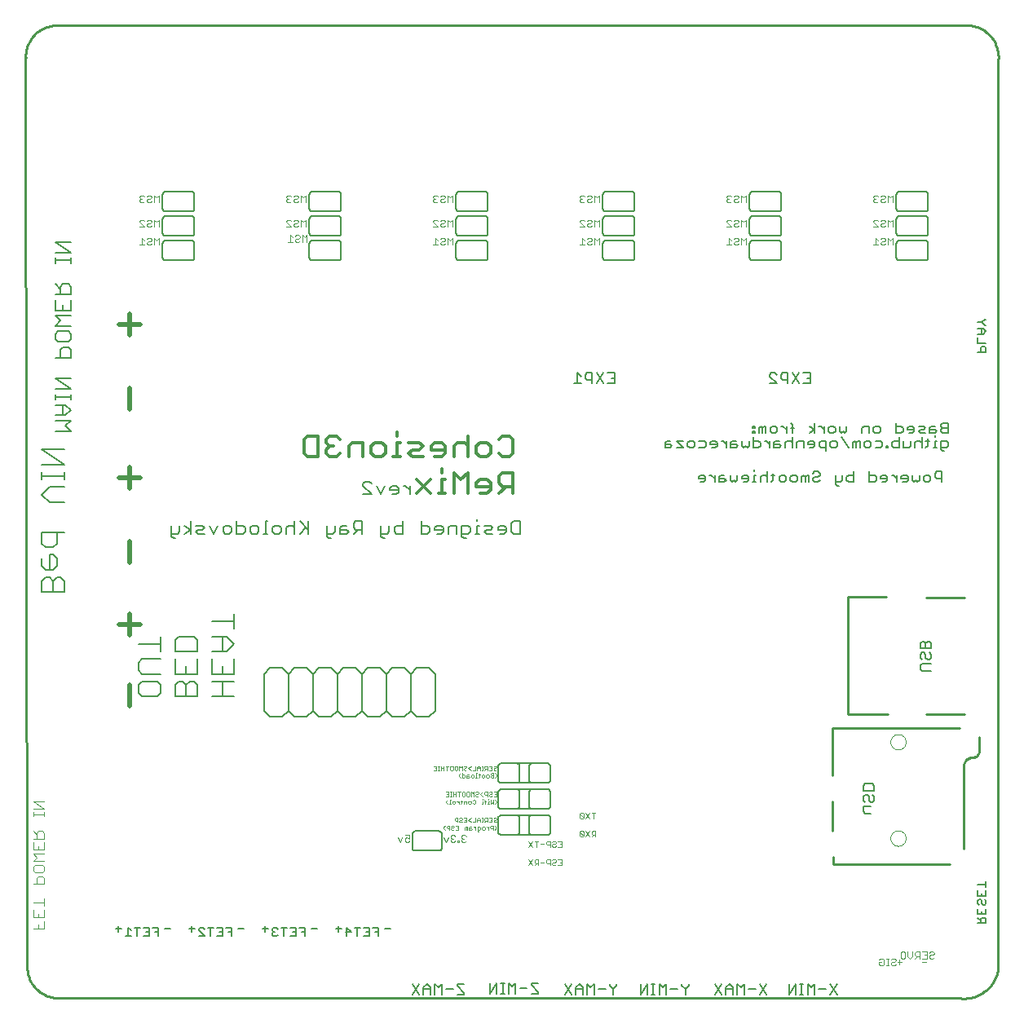
<source format=gbo>
G75*
G70*
%OFA0B0*%
%FSLAX24Y24*%
%IPPOS*%
%LPD*%
%AMOC8*
5,1,8,0,0,1.08239X$1,22.5*
%
%ADD10C,0.0100*%
%ADD11C,0.0030*%
%ADD12C,0.0080*%
%ADD13C,0.0055*%
%ADD14C,0.0070*%
%ADD15C,0.0050*%
%ADD16C,0.0140*%
%ADD17C,0.0040*%
%ADD18C,0.0200*%
%ADD19C,0.0060*%
%ADD20C,0.0000*%
D10*
X002393Y001821D02*
X002330Y038999D01*
X002331Y038998D02*
X002328Y039067D01*
X002329Y039135D01*
X002334Y039203D01*
X002343Y039271D01*
X002355Y039339D01*
X002371Y039405D01*
X002390Y039471D01*
X002413Y039535D01*
X002440Y039599D01*
X002470Y039660D01*
X002503Y039720D01*
X002539Y039778D01*
X002578Y039834D01*
X002621Y039888D01*
X002666Y039939D01*
X002714Y039988D01*
X002764Y040034D01*
X002817Y040078D01*
X002873Y040118D01*
X002930Y040156D01*
X002989Y040190D01*
X003050Y040221D01*
X003113Y040249D01*
X003177Y040273D01*
X003242Y040294D01*
X003308Y040311D01*
X003375Y040324D01*
X003443Y040334D01*
X003511Y040340D01*
X003511Y040341D02*
X040913Y040341D01*
X040983Y040333D01*
X041052Y040321D01*
X041121Y040306D01*
X041188Y040287D01*
X041255Y040264D01*
X041320Y040238D01*
X041384Y040208D01*
X041446Y040175D01*
X041506Y040138D01*
X041564Y040098D01*
X041619Y040056D01*
X041673Y040010D01*
X041724Y039961D01*
X041772Y039910D01*
X041817Y039856D01*
X041859Y039800D01*
X041898Y039741D01*
X041934Y039681D01*
X041967Y039619D01*
X041996Y039555D01*
X042022Y039489D01*
X042044Y039423D01*
X042062Y039355D01*
X042077Y039286D01*
X042088Y039217D01*
X042095Y039147D01*
X042099Y039077D01*
X042098Y039006D01*
X042094Y038936D01*
X042094Y001759D01*
X042095Y001759D02*
X042081Y001685D01*
X042063Y001613D01*
X042042Y001541D01*
X042016Y001471D01*
X041988Y001402D01*
X041955Y001334D01*
X041919Y001269D01*
X041880Y001205D01*
X041837Y001144D01*
X041792Y001085D01*
X041743Y001028D01*
X041691Y000974D01*
X041637Y000923D01*
X041580Y000874D01*
X041520Y000829D01*
X041459Y000787D01*
X041395Y000748D01*
X041329Y000712D01*
X041261Y000680D01*
X041192Y000652D01*
X041122Y000627D01*
X041050Y000606D01*
X040977Y000589D01*
X040904Y000576D01*
X040829Y000566D01*
X040755Y000561D01*
X040680Y000559D01*
X040605Y000561D01*
X040531Y000567D01*
X040457Y000577D01*
X040456Y000578D02*
X003699Y000578D01*
X003698Y000577D02*
X003629Y000578D01*
X003560Y000581D01*
X003492Y000589D01*
X003424Y000600D01*
X003356Y000615D01*
X003290Y000634D01*
X003224Y000656D01*
X003160Y000682D01*
X003098Y000711D01*
X003037Y000744D01*
X002978Y000779D01*
X002921Y000818D01*
X002866Y000860D01*
X002813Y000905D01*
X002763Y000953D01*
X002716Y001003D01*
X002671Y001056D01*
X002630Y001111D01*
X002591Y001168D01*
X002555Y001227D01*
X002523Y001288D01*
X002494Y001351D01*
X002469Y001415D01*
X002447Y001481D01*
X002429Y001547D01*
X002414Y001615D01*
X002403Y001683D01*
X002396Y001752D01*
X002392Y001821D01*
X035361Y006046D02*
X040125Y006046D01*
X040676Y006675D02*
X040676Y010061D01*
X040681Y010099D01*
X040690Y010137D01*
X040703Y010174D01*
X040719Y010209D01*
X040739Y010243D01*
X040762Y010274D01*
X040788Y010303D01*
X040817Y010329D01*
X040849Y010352D01*
X040882Y010371D01*
X040918Y010388D01*
X040954Y010400D01*
X040992Y010409D01*
X041031Y010414D01*
X041070Y010415D01*
X041070Y010416D02*
X041098Y010418D01*
X041126Y010423D01*
X041154Y010431D01*
X041180Y010443D01*
X041204Y010458D01*
X041226Y010475D01*
X041247Y010496D01*
X041264Y010518D01*
X041279Y010542D01*
X041291Y010568D01*
X041299Y010596D01*
X041304Y010624D01*
X041306Y010652D01*
X041306Y011242D01*
X040519Y011597D02*
X035322Y011597D01*
X035322Y009668D01*
X035322Y008605D02*
X035322Y007423D01*
X035361Y006360D02*
X035361Y006046D01*
X035952Y012187D02*
X037566Y012187D01*
X035952Y012187D02*
X035952Y016990D01*
X037527Y016990D01*
X039141Y016951D02*
X040716Y016951D01*
X040716Y012187D02*
X039141Y012187D01*
D11*
X039177Y002476D02*
X038983Y002476D01*
X038882Y002476D02*
X038737Y002476D01*
X038688Y002428D01*
X038688Y002331D01*
X038737Y002283D01*
X038882Y002283D01*
X038882Y002186D02*
X038882Y002476D01*
X038785Y002283D02*
X038688Y002186D01*
X038587Y002283D02*
X038587Y002476D01*
X038587Y002283D02*
X038491Y002186D01*
X038394Y002283D01*
X038394Y002476D01*
X038293Y002428D02*
X038244Y002476D01*
X038148Y002476D01*
X038099Y002428D01*
X038099Y002235D01*
X038148Y002186D01*
X038244Y002186D01*
X038293Y002235D01*
X038293Y002428D01*
X038062Y002147D02*
X038062Y001953D01*
X038159Y002050D02*
X037965Y002050D01*
X037909Y002098D02*
X037860Y002050D01*
X037764Y002050D01*
X037715Y002002D01*
X037715Y001953D01*
X037764Y001905D01*
X037860Y001905D01*
X037909Y001953D01*
X037909Y002098D02*
X037909Y002147D01*
X037860Y002195D01*
X037764Y002195D01*
X037715Y002147D01*
X037614Y002195D02*
X037517Y002195D01*
X037566Y002195D02*
X037566Y001905D01*
X037614Y001905D02*
X037517Y001905D01*
X037418Y001953D02*
X037369Y001905D01*
X037273Y001905D01*
X037224Y001953D01*
X037224Y002050D01*
X037321Y002050D01*
X037418Y002147D02*
X037418Y001953D01*
X037418Y002147D02*
X037369Y002195D01*
X037273Y002195D01*
X037224Y002147D01*
X038965Y002050D02*
X039159Y002050D01*
X039177Y002186D02*
X038983Y002186D01*
X039080Y002331D02*
X039177Y002331D01*
X039278Y002283D02*
X039278Y002235D01*
X039326Y002186D01*
X039423Y002186D01*
X039471Y002235D01*
X039423Y002331D02*
X039326Y002331D01*
X039278Y002283D01*
X039177Y002186D02*
X039177Y002476D01*
X039278Y002428D02*
X039326Y002476D01*
X039423Y002476D01*
X039471Y002428D01*
X039471Y002380D01*
X039423Y002331D01*
X025618Y007167D02*
X025618Y007397D01*
X025503Y007397D01*
X025465Y007358D01*
X025465Y007282D01*
X025503Y007243D01*
X025618Y007243D01*
X025542Y007243D02*
X025465Y007167D01*
X025379Y007167D02*
X025226Y007397D01*
X025140Y007358D02*
X025101Y007397D01*
X025024Y007397D01*
X024986Y007358D01*
X025140Y007205D01*
X025101Y007167D01*
X025024Y007167D01*
X024986Y007205D01*
X024986Y007358D01*
X025140Y007358D02*
X025140Y007205D01*
X025226Y007167D02*
X025379Y007397D01*
X025379Y007917D02*
X025226Y008147D01*
X025140Y008108D02*
X025101Y008147D01*
X025024Y008147D01*
X024986Y008108D01*
X025140Y007955D01*
X025101Y007917D01*
X025024Y007917D01*
X024986Y007955D01*
X024986Y008108D01*
X025140Y008108D02*
X025140Y007955D01*
X025226Y007917D02*
X025379Y008147D01*
X025465Y008147D02*
X025618Y008147D01*
X025542Y008147D02*
X025542Y007917D01*
X024243Y006991D02*
X024243Y006760D01*
X024090Y006760D01*
X024004Y006799D02*
X023966Y006760D01*
X023889Y006760D01*
X023851Y006799D01*
X023851Y006837D01*
X023889Y006875D01*
X023966Y006875D01*
X024004Y006914D01*
X024004Y006952D01*
X023966Y006991D01*
X023889Y006991D01*
X023851Y006952D01*
X023765Y006991D02*
X023649Y006991D01*
X023611Y006952D01*
X023611Y006875D01*
X023649Y006837D01*
X023765Y006837D01*
X023765Y006760D02*
X023765Y006991D01*
X023525Y006875D02*
X023372Y006875D01*
X023286Y006991D02*
X023132Y006991D01*
X023209Y006991D02*
X023209Y006760D01*
X023046Y006760D02*
X022893Y006991D01*
X023046Y006991D02*
X022893Y006760D01*
X022893Y006241D02*
X023046Y006010D01*
X023132Y006010D02*
X023209Y006087D01*
X023171Y006087D02*
X023286Y006087D01*
X023286Y006010D02*
X023286Y006241D01*
X023171Y006241D01*
X023132Y006202D01*
X023132Y006125D01*
X023171Y006087D01*
X023046Y006241D02*
X022893Y006010D01*
X023372Y006125D02*
X023525Y006125D01*
X023611Y006125D02*
X023649Y006087D01*
X023765Y006087D01*
X023765Y006010D02*
X023765Y006241D01*
X023649Y006241D01*
X023611Y006202D01*
X023611Y006125D01*
X023851Y006087D02*
X023889Y006125D01*
X023966Y006125D01*
X024004Y006164D01*
X024004Y006202D01*
X023966Y006241D01*
X023889Y006241D01*
X023851Y006202D01*
X023851Y006087D02*
X023851Y006049D01*
X023889Y006010D01*
X023966Y006010D01*
X024004Y006049D01*
X024090Y006010D02*
X024243Y006010D01*
X024243Y006241D01*
X024090Y006241D01*
X024167Y006125D02*
X024243Y006125D01*
X024243Y006875D02*
X024167Y006875D01*
X024243Y006991D02*
X024090Y006991D01*
X021559Y007505D02*
X021559Y007562D01*
X021502Y007618D01*
X021436Y007618D02*
X021351Y007618D01*
X021323Y007590D01*
X021323Y007533D01*
X021351Y007505D01*
X021436Y007505D01*
X021436Y007448D02*
X021436Y007618D01*
X021395Y007763D02*
X021281Y007763D01*
X021210Y007763D02*
X021210Y007933D01*
X021125Y007933D01*
X021097Y007905D01*
X021097Y007848D01*
X021125Y007820D01*
X021210Y007820D01*
X021154Y007820D02*
X021097Y007763D01*
X021026Y007763D02*
X020970Y007763D01*
X020998Y007763D02*
X020998Y007933D01*
X021026Y007933D02*
X020970Y007933D01*
X020904Y007877D02*
X020847Y007933D01*
X020790Y007877D01*
X020790Y007763D01*
X020719Y007763D02*
X020606Y007763D01*
X020535Y007763D02*
X020422Y007848D01*
X020535Y007933D01*
X020351Y007933D02*
X020351Y007763D01*
X020238Y007763D01*
X020167Y007792D02*
X020139Y007763D01*
X020082Y007763D01*
X020053Y007792D01*
X020053Y007820D01*
X020082Y007848D01*
X020139Y007848D01*
X020167Y007877D01*
X020167Y007905D01*
X020139Y007933D01*
X020082Y007933D01*
X020053Y007905D01*
X019983Y007933D02*
X019898Y007933D01*
X019869Y007905D01*
X019869Y007848D01*
X019898Y007820D01*
X019983Y007820D01*
X019983Y007763D02*
X019983Y007933D01*
X020238Y007933D02*
X020351Y007933D01*
X020351Y007848D02*
X020294Y007848D01*
X020308Y007562D02*
X020279Y007533D01*
X020279Y007448D01*
X020336Y007448D02*
X020336Y007533D01*
X020308Y007562D01*
X020336Y007533D02*
X020364Y007562D01*
X020393Y007562D01*
X020393Y007448D01*
X020463Y007448D02*
X020549Y007448D01*
X020577Y007477D01*
X020549Y007505D01*
X020463Y007505D01*
X020463Y007533D02*
X020463Y007448D01*
X020463Y007533D02*
X020492Y007562D01*
X020549Y007562D01*
X020645Y007562D02*
X020674Y007562D01*
X020730Y007505D01*
X020730Y007448D02*
X020730Y007562D01*
X020801Y007562D02*
X020886Y007562D01*
X020915Y007533D01*
X020915Y007477D01*
X020886Y007448D01*
X020801Y007448D01*
X020801Y007420D02*
X020801Y007562D01*
X020801Y007420D02*
X020829Y007392D01*
X020858Y007392D01*
X020985Y007477D02*
X020985Y007533D01*
X021014Y007562D01*
X021070Y007562D01*
X021099Y007533D01*
X021099Y007477D01*
X021070Y007448D01*
X021014Y007448D01*
X020985Y007477D01*
X021167Y007562D02*
X021195Y007562D01*
X021252Y007505D01*
X021252Y007448D02*
X021252Y007562D01*
X021395Y007763D02*
X021395Y007933D01*
X021281Y007933D01*
X021338Y007848D02*
X021395Y007848D01*
X021465Y007820D02*
X021465Y007792D01*
X021494Y007763D01*
X021550Y007763D01*
X021579Y007792D01*
X021550Y007848D02*
X021494Y007848D01*
X021465Y007820D01*
X021465Y007905D02*
X021494Y007933D01*
X021550Y007933D01*
X021579Y007905D01*
X021579Y007877D01*
X021550Y007848D01*
X021559Y007505D02*
X021502Y007448D01*
X020904Y007763D02*
X020904Y007877D01*
X020904Y007848D02*
X020790Y007848D01*
X020719Y007933D02*
X020719Y007763D01*
X020024Y007618D02*
X020024Y007448D01*
X019911Y007448D01*
X019840Y007477D02*
X019812Y007448D01*
X019755Y007448D01*
X019727Y007477D01*
X019727Y007505D01*
X019755Y007533D01*
X019812Y007533D01*
X019840Y007562D01*
X019840Y007590D01*
X019812Y007618D01*
X019755Y007618D01*
X019727Y007590D01*
X019656Y007618D02*
X019571Y007618D01*
X019543Y007590D01*
X019543Y007533D01*
X019571Y007505D01*
X019656Y007505D01*
X019656Y007448D02*
X019656Y007618D01*
X019472Y007618D02*
X019415Y007562D01*
X019415Y007505D01*
X019472Y007448D01*
X019911Y007618D02*
X020024Y007618D01*
X020024Y007533D02*
X019968Y007533D01*
X020044Y008511D02*
X020044Y008625D01*
X019987Y008625D02*
X019959Y008625D01*
X019987Y008625D02*
X020044Y008568D01*
X020110Y008511D02*
X020139Y008540D01*
X020139Y008653D01*
X020167Y008625D02*
X020110Y008625D01*
X020238Y008596D02*
X020238Y008511D01*
X020238Y008596D02*
X020266Y008625D01*
X020351Y008625D01*
X020351Y008511D01*
X020422Y008540D02*
X020422Y008596D01*
X020450Y008625D01*
X020507Y008625D01*
X020535Y008596D01*
X020535Y008540D01*
X020507Y008511D01*
X020450Y008511D01*
X020422Y008540D01*
X020606Y008540D02*
X020634Y008511D01*
X020691Y008511D01*
X020719Y008540D01*
X020719Y008653D01*
X020691Y008681D01*
X020634Y008681D01*
X020606Y008653D01*
X020658Y008826D02*
X020658Y008996D01*
X020601Y008940D01*
X020545Y008996D01*
X020545Y008826D01*
X020474Y008855D02*
X020445Y008826D01*
X020389Y008826D01*
X020360Y008855D01*
X020360Y008968D01*
X020389Y008996D01*
X020445Y008996D01*
X020474Y008968D01*
X020474Y008855D01*
X020290Y008855D02*
X020290Y008968D01*
X020261Y008996D01*
X020205Y008996D01*
X020176Y008968D01*
X020176Y008855D01*
X020205Y008826D01*
X020261Y008826D01*
X020290Y008855D01*
X020106Y008996D02*
X019992Y008996D01*
X020049Y008996D02*
X020049Y008826D01*
X019921Y008826D02*
X019921Y008996D01*
X019921Y008911D02*
X019808Y008911D01*
X019808Y008996D02*
X019808Y008826D01*
X019737Y008826D02*
X019680Y008826D01*
X019709Y008826D02*
X019709Y008996D01*
X019737Y008996D02*
X019680Y008996D01*
X019614Y008996D02*
X019614Y008826D01*
X019501Y008826D01*
X019558Y008911D02*
X019614Y008911D01*
X019614Y008996D02*
X019501Y008996D01*
X019584Y008681D02*
X019527Y008625D01*
X019527Y008568D01*
X019584Y008511D01*
X019650Y008511D02*
X019707Y008511D01*
X019678Y008511D02*
X019678Y008681D01*
X019707Y008681D01*
X019777Y008596D02*
X019806Y008625D01*
X019862Y008625D01*
X019891Y008596D01*
X019891Y008540D01*
X019862Y008511D01*
X019806Y008511D01*
X019777Y008540D01*
X019777Y008596D01*
X020729Y008855D02*
X020757Y008826D01*
X020814Y008826D01*
X020842Y008855D01*
X020814Y008911D02*
X020757Y008911D01*
X020729Y008883D01*
X020729Y008855D01*
X020814Y008911D02*
X020842Y008940D01*
X020842Y008968D01*
X020814Y008996D01*
X020757Y008996D01*
X020729Y008968D01*
X020913Y008911D02*
X021026Y008826D01*
X021097Y008911D02*
X021125Y008883D01*
X021210Y008883D01*
X021210Y008826D02*
X021210Y008996D01*
X021125Y008996D01*
X021097Y008968D01*
X021097Y008911D01*
X021026Y008996D02*
X020913Y008911D01*
X020998Y008710D02*
X020998Y008681D01*
X020998Y008625D02*
X020998Y008511D01*
X021026Y008511D02*
X020970Y008511D01*
X020998Y008625D02*
X021026Y008625D01*
X021092Y008596D02*
X021149Y008596D01*
X021121Y008653D02*
X021092Y008681D01*
X021121Y008653D02*
X021121Y008511D01*
X021215Y008511D02*
X021272Y008511D01*
X021243Y008511D02*
X021243Y008625D01*
X021272Y008625D01*
X021243Y008681D02*
X021243Y008710D01*
X021343Y008681D02*
X021343Y008511D01*
X021399Y008568D01*
X021456Y008511D01*
X021456Y008681D01*
X021522Y008681D02*
X021579Y008625D01*
X021579Y008568D01*
X021522Y008511D01*
X021579Y008826D02*
X021465Y008826D01*
X021395Y008855D02*
X021366Y008826D01*
X021310Y008826D01*
X021281Y008855D01*
X021281Y008883D01*
X021310Y008911D01*
X021366Y008911D01*
X021395Y008940D01*
X021395Y008968D01*
X021366Y008996D01*
X021310Y008996D01*
X021281Y008968D01*
X021465Y008996D02*
X021579Y008996D01*
X021579Y008826D01*
X021579Y008911D02*
X021522Y008911D01*
X021522Y009594D02*
X021579Y009651D01*
X021579Y009707D01*
X021522Y009764D01*
X021456Y009764D02*
X021371Y009764D01*
X021343Y009736D01*
X021343Y009707D01*
X021371Y009679D01*
X021456Y009679D01*
X021456Y009594D02*
X021371Y009594D01*
X021343Y009622D01*
X021343Y009651D01*
X021371Y009679D01*
X021272Y009679D02*
X021272Y009622D01*
X021243Y009594D01*
X021187Y009594D01*
X021158Y009622D01*
X021158Y009679D01*
X021187Y009707D01*
X021243Y009707D01*
X021272Y009679D01*
X021088Y009679D02*
X021088Y009622D01*
X021059Y009594D01*
X021003Y009594D01*
X020974Y009622D01*
X020974Y009679D01*
X021003Y009707D01*
X021059Y009707D01*
X021088Y009679D01*
X020904Y009707D02*
X020847Y009707D01*
X020875Y009736D02*
X020875Y009622D01*
X020847Y009594D01*
X020781Y009594D02*
X020724Y009594D01*
X020752Y009594D02*
X020752Y009764D01*
X020781Y009764D01*
X020790Y009889D02*
X020790Y010003D01*
X020847Y010059D01*
X020904Y010003D01*
X020904Y009889D01*
X020970Y009889D02*
X021026Y009889D01*
X020998Y009889D02*
X020998Y010059D01*
X021026Y010059D02*
X020970Y010059D01*
X020904Y009974D02*
X020790Y009974D01*
X020719Y009889D02*
X020606Y009889D01*
X020535Y009889D02*
X020422Y009974D01*
X020535Y010059D01*
X020719Y010059D02*
X020719Y009889D01*
X020630Y009707D02*
X020658Y009679D01*
X020658Y009622D01*
X020630Y009594D01*
X020573Y009594D01*
X020545Y009622D01*
X020545Y009679D01*
X020573Y009707D01*
X020630Y009707D01*
X020474Y009622D02*
X020445Y009651D01*
X020360Y009651D01*
X020360Y009679D02*
X020360Y009594D01*
X020445Y009594D01*
X020474Y009622D01*
X020445Y009707D02*
X020389Y009707D01*
X020360Y009679D01*
X020290Y009679D02*
X020261Y009707D01*
X020176Y009707D01*
X020176Y009764D02*
X020176Y009594D01*
X020261Y009594D01*
X020290Y009622D01*
X020290Y009679D01*
X020106Y009594D02*
X020049Y009651D01*
X020049Y009707D01*
X020106Y009764D01*
X020053Y009889D02*
X020053Y010059D01*
X020110Y010003D01*
X020167Y010059D01*
X020167Y009889D01*
X020238Y009918D02*
X020266Y009889D01*
X020323Y009889D01*
X020351Y009918D01*
X020323Y009974D02*
X020266Y009974D01*
X020238Y009946D01*
X020238Y009918D01*
X020323Y009974D02*
X020351Y010003D01*
X020351Y010031D01*
X020323Y010059D01*
X020266Y010059D01*
X020238Y010031D01*
X019983Y010031D02*
X019983Y009918D01*
X019954Y009889D01*
X019898Y009889D01*
X019869Y009918D01*
X019869Y010031D01*
X019898Y010059D01*
X019954Y010059D01*
X019983Y010031D01*
X019799Y010031D02*
X019799Y009918D01*
X019770Y009889D01*
X019714Y009889D01*
X019685Y009918D01*
X019685Y010031D01*
X019714Y010059D01*
X019770Y010059D01*
X019799Y010031D01*
X019614Y010059D02*
X019501Y010059D01*
X019558Y010059D02*
X019558Y009889D01*
X019430Y009889D02*
X019430Y010059D01*
X019430Y009974D02*
X019317Y009974D01*
X019317Y010059D02*
X019317Y009889D01*
X019246Y009889D02*
X019189Y009889D01*
X019218Y009889D02*
X019218Y010059D01*
X019246Y010059D02*
X019189Y010059D01*
X019123Y010059D02*
X019123Y009889D01*
X019010Y009889D01*
X019067Y009974D02*
X019123Y009974D01*
X019123Y010059D02*
X019010Y010059D01*
X021097Y010031D02*
X021097Y009974D01*
X021125Y009946D01*
X021210Y009946D01*
X021154Y009946D02*
X021097Y009889D01*
X021210Y009889D02*
X021210Y010059D01*
X021125Y010059D01*
X021097Y010031D01*
X021281Y010059D02*
X021395Y010059D01*
X021395Y009889D01*
X021281Y009889D01*
X021338Y009974D02*
X021395Y009974D01*
X021465Y009946D02*
X021465Y009918D01*
X021494Y009889D01*
X021550Y009889D01*
X021579Y009918D01*
X021550Y009974D02*
X021494Y009974D01*
X021465Y009946D01*
X021465Y010031D02*
X021494Y010059D01*
X021550Y010059D01*
X021579Y010031D01*
X021579Y010003D01*
X021550Y009974D01*
X021456Y009764D02*
X021456Y009594D01*
D12*
X022007Y009382D02*
X023346Y009382D01*
X023188Y009107D02*
X022165Y009107D01*
X022283Y008319D02*
X023306Y008319D01*
X023346Y010170D02*
X022125Y010170D01*
X020335Y019370D02*
X020248Y019370D01*
X020161Y019456D01*
X020161Y019890D01*
X020422Y019890D01*
X020508Y019803D01*
X020508Y019630D01*
X020422Y019543D01*
X020161Y019543D01*
X019956Y019543D02*
X019956Y019890D01*
X019696Y019890D01*
X019609Y019803D01*
X019609Y019543D01*
X019403Y019630D02*
X019403Y019803D01*
X019317Y019890D01*
X019143Y019890D01*
X019056Y019803D01*
X019056Y019717D01*
X019403Y019717D01*
X019403Y019630D02*
X019317Y019543D01*
X019143Y019543D01*
X018851Y019630D02*
X018851Y019803D01*
X018764Y019890D01*
X018504Y019890D01*
X018504Y020064D02*
X018504Y019543D01*
X018764Y019543D01*
X018851Y019630D01*
X017746Y019543D02*
X017486Y019543D01*
X017399Y019630D01*
X017399Y019803D01*
X017486Y019890D01*
X017746Y019890D01*
X017746Y020064D02*
X017746Y019543D01*
X017194Y019630D02*
X017107Y019543D01*
X016847Y019543D01*
X016847Y019456D02*
X016933Y019370D01*
X017020Y019370D01*
X016847Y019456D02*
X016847Y019890D01*
X017194Y019890D02*
X017194Y019630D01*
X016089Y019717D02*
X015828Y019717D01*
X015742Y019803D01*
X015742Y019977D01*
X015828Y020064D01*
X016089Y020064D01*
X016089Y019543D01*
X015915Y019717D02*
X015742Y019543D01*
X015536Y019630D02*
X015449Y019717D01*
X015189Y019717D01*
X015189Y019803D02*
X015189Y019543D01*
X015449Y019543D01*
X015536Y019630D01*
X015449Y019890D02*
X015276Y019890D01*
X015189Y019803D01*
X014984Y019890D02*
X014984Y019630D01*
X014897Y019543D01*
X014637Y019543D01*
X014637Y019456D02*
X014723Y019370D01*
X014810Y019370D01*
X014637Y019456D02*
X014637Y019890D01*
X013879Y019717D02*
X013532Y020064D01*
X013326Y020064D02*
X013326Y019543D01*
X013532Y019543D02*
X013792Y019803D01*
X013879Y019543D02*
X013879Y020064D01*
X013326Y019803D02*
X013239Y019890D01*
X013066Y019890D01*
X012979Y019803D01*
X012979Y019543D01*
X012774Y019630D02*
X012687Y019543D01*
X012514Y019543D01*
X012427Y019630D01*
X012427Y019803D01*
X012514Y019890D01*
X012687Y019890D01*
X012774Y019803D01*
X012774Y019630D01*
X012221Y019543D02*
X012048Y019543D01*
X012135Y019543D02*
X012135Y020064D01*
X012221Y020064D01*
X011853Y019803D02*
X011853Y019630D01*
X011766Y019543D01*
X011593Y019543D01*
X011506Y019630D01*
X011506Y019803D01*
X011593Y019890D01*
X011766Y019890D01*
X011853Y019803D01*
X011301Y019803D02*
X011214Y019890D01*
X010954Y019890D01*
X010954Y020064D02*
X010954Y019543D01*
X011214Y019543D01*
X011301Y019630D01*
X011301Y019803D01*
X010748Y019803D02*
X010748Y019630D01*
X010661Y019543D01*
X010488Y019543D01*
X010401Y019630D01*
X010401Y019803D01*
X010488Y019890D01*
X010661Y019890D01*
X010748Y019803D01*
X010196Y019890D02*
X010022Y019543D01*
X009849Y019890D01*
X009643Y019803D02*
X009556Y019890D01*
X009296Y019890D01*
X009383Y019717D02*
X009296Y019630D01*
X009383Y019543D01*
X009643Y019543D01*
X009556Y019717D02*
X009643Y019803D01*
X009556Y019717D02*
X009383Y019717D01*
X009091Y019717D02*
X008830Y019890D01*
X008630Y019890D02*
X008630Y019630D01*
X008543Y019543D01*
X008283Y019543D01*
X008283Y019456D02*
X008370Y019370D01*
X008457Y019370D01*
X008283Y019456D02*
X008283Y019890D01*
X008830Y019543D02*
X009091Y019717D01*
X009091Y019543D02*
X009091Y020064D01*
X010853Y016279D02*
X010853Y015665D01*
X010853Y015972D02*
X009933Y015972D01*
X009933Y015359D02*
X010546Y015359D01*
X010853Y015052D01*
X010546Y014745D01*
X009933Y014745D01*
X009933Y014438D02*
X009933Y013824D01*
X010853Y013824D01*
X010853Y014438D01*
X010393Y014745D02*
X010393Y015359D01*
X009353Y015205D02*
X009353Y014745D01*
X008433Y014745D01*
X008433Y015205D01*
X008586Y015359D01*
X009200Y015359D01*
X009353Y015205D01*
X009353Y014438D02*
X009353Y013824D01*
X008433Y013824D01*
X008433Y014438D01*
X008893Y014131D02*
X008893Y013824D01*
X009046Y013517D02*
X008893Y013363D01*
X008893Y012903D01*
X009353Y012903D02*
X009353Y013363D01*
X009200Y013517D01*
X009046Y013517D01*
X008893Y013363D02*
X008739Y013517D01*
X008586Y013517D01*
X008433Y013363D01*
X008433Y012903D01*
X009353Y012903D01*
X009933Y012903D02*
X010853Y012903D01*
X010393Y012903D02*
X010393Y013517D01*
X010393Y013824D02*
X010393Y014131D01*
X010853Y013517D02*
X009933Y013517D01*
X007853Y013363D02*
X007700Y013517D01*
X007086Y013517D01*
X006933Y013363D01*
X006933Y013057D01*
X007086Y012903D01*
X007700Y012903D01*
X007853Y013057D01*
X007853Y013363D01*
X007853Y013824D02*
X007086Y013824D01*
X006933Y013977D01*
X006933Y014284D01*
X007086Y014438D01*
X007853Y014438D01*
X007853Y014745D02*
X007853Y015359D01*
X007853Y015052D02*
X006933Y015052D01*
X003916Y017166D02*
X003916Y017627D01*
X003762Y017780D01*
X003609Y017780D01*
X003455Y017627D01*
X003455Y017166D01*
X002995Y017166D02*
X002995Y017627D01*
X003148Y017780D01*
X003302Y017780D01*
X003455Y017627D01*
X003455Y018087D02*
X003609Y018241D01*
X003609Y018548D01*
X003455Y018701D01*
X003302Y018701D01*
X003302Y018087D01*
X003455Y018087D02*
X003148Y018087D01*
X002995Y018241D01*
X002995Y018548D01*
X003148Y019008D02*
X003455Y019008D01*
X003609Y019161D01*
X003609Y019622D01*
X003916Y019622D02*
X002995Y019622D01*
X002995Y019161D01*
X003148Y019008D01*
X002995Y017166D02*
X003916Y017166D01*
X003916Y020850D02*
X003302Y020850D01*
X002995Y021156D01*
X003302Y021463D01*
X003916Y021463D01*
X003916Y021770D02*
X003916Y022077D01*
X003916Y021924D02*
X002995Y021924D01*
X002995Y022077D02*
X002995Y021770D01*
X002995Y022384D02*
X003916Y022384D01*
X002995Y022998D01*
X003916Y022998D01*
X016122Y021602D02*
X016122Y021515D01*
X016469Y021168D01*
X016122Y021168D01*
X016674Y021515D02*
X016848Y021168D01*
X017021Y021515D01*
X017227Y021428D02*
X017227Y021342D01*
X017574Y021342D01*
X017574Y021428D02*
X017487Y021515D01*
X017313Y021515D01*
X017227Y021428D01*
X017313Y021168D02*
X017487Y021168D01*
X017574Y021255D01*
X017574Y021428D01*
X017774Y021515D02*
X017861Y021515D01*
X018034Y021342D01*
X018034Y021515D02*
X018034Y021168D01*
X016469Y021602D02*
X016382Y021689D01*
X016209Y021689D01*
X016122Y021602D01*
X020790Y020150D02*
X020790Y020064D01*
X020790Y019890D02*
X020790Y019543D01*
X020877Y019543D02*
X020703Y019543D01*
X020790Y019890D02*
X020877Y019890D01*
X021082Y019890D02*
X021342Y019890D01*
X021429Y019803D01*
X021342Y019717D01*
X021169Y019717D01*
X021082Y019630D01*
X021169Y019543D01*
X021429Y019543D01*
X021635Y019717D02*
X021982Y019717D01*
X021982Y019803D02*
X021895Y019890D01*
X021721Y019890D01*
X021635Y019803D01*
X021635Y019717D01*
X021721Y019543D02*
X021895Y019543D01*
X021982Y019630D01*
X021982Y019803D01*
X022187Y019630D02*
X022187Y019977D01*
X022274Y020064D01*
X022534Y020064D01*
X022534Y019543D01*
X022274Y019543D01*
X022187Y019630D01*
D13*
X022165Y008044D02*
X023188Y008044D01*
X023385Y007256D02*
X022086Y007256D01*
D14*
X022077Y001183D02*
X022077Y000753D01*
X021903Y000753D02*
X021760Y000753D01*
X021832Y000753D02*
X021832Y001183D01*
X021903Y001183D02*
X021760Y001183D01*
X021596Y001183D02*
X021310Y000753D01*
X021310Y001183D01*
X021596Y001183D02*
X021596Y000753D01*
X022077Y001183D02*
X022220Y001040D01*
X022364Y001183D01*
X022364Y000753D01*
X022537Y000968D02*
X022824Y000968D01*
X022998Y001112D02*
X023285Y000825D01*
X023285Y000753D01*
X022998Y000753D01*
X022998Y001112D02*
X022998Y001183D01*
X023285Y001183D01*
X024365Y001152D02*
X024652Y000722D01*
X024826Y000722D02*
X024826Y001009D01*
X024969Y001152D01*
X025112Y001009D01*
X025112Y000722D01*
X025286Y000722D02*
X025286Y001152D01*
X025429Y001009D01*
X025573Y001152D01*
X025573Y000722D01*
X025746Y000937D02*
X026033Y000937D01*
X026207Y001080D02*
X026207Y001152D01*
X026207Y001080D02*
X026350Y000937D01*
X026350Y000722D01*
X026350Y000937D02*
X026494Y001080D01*
X026494Y001152D01*
X027468Y001152D02*
X027468Y000722D01*
X027755Y001152D01*
X027755Y000722D01*
X027918Y000722D02*
X028061Y000722D01*
X027990Y000722D02*
X027990Y001152D01*
X028061Y001152D02*
X027918Y001152D01*
X028235Y001152D02*
X028235Y000722D01*
X028522Y000722D02*
X028522Y001152D01*
X028378Y001009D01*
X028235Y001152D01*
X028695Y000937D02*
X028982Y000937D01*
X029156Y001080D02*
X029156Y001152D01*
X029156Y001080D02*
X029299Y000937D01*
X029299Y000722D01*
X029299Y000937D02*
X029443Y001080D01*
X029443Y001152D01*
X030501Y001152D02*
X030788Y000722D01*
X030961Y000722D02*
X030961Y001009D01*
X031105Y001152D01*
X031248Y001009D01*
X031248Y000722D01*
X031422Y000722D02*
X031422Y001152D01*
X031565Y001009D01*
X031708Y001152D01*
X031708Y000722D01*
X031882Y000937D02*
X032169Y000937D01*
X032342Y001152D02*
X032629Y000722D01*
X032342Y000722D02*
X032629Y001152D01*
X033534Y001152D02*
X033534Y000722D01*
X033821Y001152D01*
X033821Y000722D01*
X033985Y000722D02*
X034128Y000722D01*
X034057Y000722D02*
X034057Y001152D01*
X034128Y001152D02*
X033985Y001152D01*
X034302Y001152D02*
X034302Y000722D01*
X034589Y000722D02*
X034589Y001152D01*
X034445Y001009D01*
X034302Y001152D01*
X034762Y000937D02*
X035049Y000937D01*
X035223Y001152D02*
X035509Y000722D01*
X035223Y000722D02*
X035509Y001152D01*
X031248Y000937D02*
X030961Y000937D01*
X030788Y001152D02*
X030501Y000722D01*
X025112Y000937D02*
X024826Y000937D01*
X024652Y001152D02*
X024365Y000722D01*
X020264Y000722D02*
X019977Y000722D01*
X019804Y000937D02*
X019517Y000937D01*
X019344Y001152D02*
X019200Y001009D01*
X019057Y001152D01*
X019057Y000722D01*
X018883Y000722D02*
X018883Y001009D01*
X018740Y001152D01*
X018596Y001009D01*
X018596Y000722D01*
X018423Y000722D02*
X018136Y001152D01*
X018423Y001152D02*
X018136Y000722D01*
X018596Y000937D02*
X018883Y000937D01*
X019344Y000722D02*
X019344Y001152D01*
X019977Y001152D02*
X019977Y001080D01*
X020264Y000793D01*
X020264Y000722D01*
X020264Y001152D02*
X019977Y001152D01*
X036589Y008196D02*
X036661Y008125D01*
X036876Y008125D01*
X036876Y008411D02*
X036589Y008411D01*
X036589Y008196D01*
X036661Y008585D02*
X036589Y008657D01*
X036589Y008800D01*
X036661Y008872D01*
X036733Y008872D01*
X036805Y008800D01*
X036805Y008657D01*
X036876Y008585D01*
X036948Y008585D01*
X037020Y008657D01*
X037020Y008800D01*
X036948Y008872D01*
X037020Y009045D02*
X036589Y009045D01*
X036589Y009260D01*
X036661Y009332D01*
X036948Y009332D01*
X037020Y009260D01*
X037020Y009045D01*
X041263Y005223D02*
X041593Y005223D01*
X041593Y005113D02*
X041593Y005333D01*
X041593Y004965D02*
X041593Y004745D01*
X041263Y004745D01*
X041263Y004965D01*
X041428Y004855D02*
X041428Y004745D01*
X041373Y004596D02*
X041318Y004596D01*
X041263Y004541D01*
X041263Y004431D01*
X041318Y004376D01*
X041428Y004431D02*
X041428Y004541D01*
X041373Y004596D01*
X041538Y004596D02*
X041593Y004541D01*
X041593Y004431D01*
X041538Y004376D01*
X041483Y004376D01*
X041428Y004431D01*
X041593Y004228D02*
X041593Y004008D01*
X041263Y004008D01*
X041263Y004228D01*
X041428Y004118D02*
X041428Y004008D01*
X041428Y003860D02*
X041373Y003805D01*
X041373Y003640D01*
X041373Y003750D02*
X041263Y003860D01*
X041428Y003860D02*
X041538Y003860D01*
X041593Y003805D01*
X041593Y003640D01*
X041263Y003640D01*
X039343Y013951D02*
X038984Y013951D01*
X038912Y014023D01*
X038912Y014166D01*
X038984Y014238D01*
X039343Y014238D01*
X039271Y014412D02*
X039199Y014412D01*
X039127Y014483D01*
X039127Y014627D01*
X039056Y014699D01*
X038984Y014699D01*
X038912Y014627D01*
X038912Y014483D01*
X038984Y014412D01*
X039271Y014412D02*
X039343Y014483D01*
X039343Y014627D01*
X039271Y014699D01*
X039343Y014872D02*
X039343Y015087D01*
X039271Y015159D01*
X039199Y015159D01*
X039127Y015087D01*
X039127Y014872D01*
X038912Y014872D02*
X039343Y014872D01*
X039127Y015087D02*
X039056Y015159D01*
X038984Y015159D01*
X038912Y015087D01*
X038912Y014872D01*
X035579Y021523D02*
X035507Y021523D01*
X035435Y021594D01*
X035435Y021953D01*
X035435Y021666D02*
X035651Y021666D01*
X035722Y021738D01*
X035722Y021953D01*
X035896Y021881D02*
X035968Y021953D01*
X036183Y021953D01*
X036183Y022097D02*
X036183Y021666D01*
X035968Y021666D01*
X035896Y021738D01*
X035896Y021881D01*
X036817Y021953D02*
X037032Y021953D01*
X037103Y021881D01*
X037103Y021738D01*
X037032Y021666D01*
X036817Y021666D01*
X036817Y022097D01*
X037277Y021881D02*
X037277Y021810D01*
X037564Y021810D01*
X037564Y021881D02*
X037492Y021953D01*
X037349Y021953D01*
X037277Y021881D01*
X037349Y021666D02*
X037492Y021666D01*
X037564Y021738D01*
X037564Y021881D01*
X037732Y021953D02*
X037804Y021953D01*
X037948Y021810D01*
X037948Y021953D02*
X037948Y021666D01*
X038121Y021810D02*
X038408Y021810D01*
X038408Y021881D02*
X038336Y021953D01*
X038193Y021953D01*
X038121Y021881D01*
X038121Y021810D01*
X038193Y021666D02*
X038336Y021666D01*
X038408Y021738D01*
X038408Y021881D01*
X038581Y021953D02*
X038581Y021738D01*
X038653Y021666D01*
X038725Y021738D01*
X038797Y021666D01*
X038868Y021738D01*
X038868Y021953D01*
X039042Y021881D02*
X039114Y021953D01*
X039257Y021953D01*
X039329Y021881D01*
X039329Y021738D01*
X039257Y021666D01*
X039114Y021666D01*
X039042Y021738D01*
X039042Y021881D01*
X039502Y021881D02*
X039574Y021810D01*
X039789Y021810D01*
X039789Y021666D02*
X039789Y022097D01*
X039574Y022097D01*
X039502Y022025D01*
X039502Y021881D01*
X039824Y022929D02*
X039752Y023001D01*
X039752Y023359D01*
X039967Y023359D01*
X040039Y023288D01*
X040039Y023144D01*
X039967Y023072D01*
X039752Y023072D01*
X039824Y022929D02*
X039896Y022929D01*
X039579Y023072D02*
X039435Y023072D01*
X039507Y023072D02*
X039507Y023359D01*
X039579Y023359D01*
X039507Y023503D02*
X039507Y023574D01*
X039507Y023663D02*
X039292Y023663D01*
X039292Y023878D01*
X039364Y023950D01*
X039507Y023950D01*
X039507Y023807D02*
X039292Y023807D01*
X039118Y023878D02*
X039047Y023950D01*
X038831Y023950D01*
X038903Y023807D02*
X039047Y023807D01*
X039118Y023878D01*
X039118Y023663D02*
X038903Y023663D01*
X038831Y023735D01*
X038903Y023807D01*
X038658Y023807D02*
X038371Y023807D01*
X038371Y023878D01*
X038443Y023950D01*
X038586Y023950D01*
X038658Y023878D01*
X038658Y023735D01*
X038586Y023663D01*
X038443Y023663D01*
X038198Y023735D02*
X038198Y023878D01*
X038126Y023950D01*
X037911Y023950D01*
X037911Y024094D02*
X037911Y023663D01*
X038126Y023663D01*
X038198Y023735D01*
X038044Y023503D02*
X038044Y023072D01*
X037829Y023072D01*
X037757Y023144D01*
X037757Y023288D01*
X037829Y023359D01*
X038044Y023359D01*
X038218Y023359D02*
X038218Y023072D01*
X038433Y023072D01*
X038504Y023144D01*
X038504Y023359D01*
X038678Y023288D02*
X038678Y023072D01*
X038678Y023288D02*
X038750Y023359D01*
X038893Y023359D01*
X038965Y023288D01*
X039128Y023359D02*
X039272Y023359D01*
X039200Y023431D02*
X039200Y023144D01*
X039128Y023072D01*
X038965Y023072D02*
X038965Y023503D01*
X039507Y023663D02*
X039579Y023735D01*
X039507Y023807D01*
X039752Y023807D02*
X039752Y023735D01*
X039824Y023663D01*
X040039Y023663D01*
X040039Y024094D01*
X039824Y024094D01*
X039752Y024022D01*
X039752Y023950D01*
X039824Y023878D01*
X040039Y023878D01*
X039824Y023878D02*
X039752Y023807D01*
X037584Y023144D02*
X037512Y023144D01*
X037512Y023072D01*
X037584Y023072D01*
X037584Y023144D01*
X037353Y023144D02*
X037282Y023072D01*
X037067Y023072D01*
X036893Y023144D02*
X036821Y023072D01*
X036678Y023072D01*
X036606Y023144D01*
X036606Y023288D01*
X036678Y023359D01*
X036821Y023359D01*
X036893Y023288D01*
X036893Y023144D01*
X037067Y023359D02*
X037282Y023359D01*
X037353Y023288D01*
X037353Y023144D01*
X037205Y023663D02*
X037277Y023735D01*
X037277Y023878D01*
X037205Y023950D01*
X037062Y023950D01*
X036990Y023878D01*
X036990Y023735D01*
X037062Y023663D01*
X037205Y023663D01*
X036816Y023663D02*
X036816Y023950D01*
X036601Y023950D01*
X036529Y023878D01*
X036529Y023663D01*
X036433Y023359D02*
X036361Y023359D01*
X036289Y023288D01*
X036218Y023359D01*
X036146Y023288D01*
X036146Y023072D01*
X036289Y023072D02*
X036289Y023288D01*
X036433Y023359D02*
X036433Y023072D01*
X035972Y023072D02*
X035685Y023503D01*
X035680Y023663D02*
X035609Y023735D01*
X035609Y023950D01*
X035435Y023878D02*
X035435Y023735D01*
X035363Y023663D01*
X035220Y023663D01*
X035148Y023735D01*
X035148Y023878D01*
X035220Y023950D01*
X035363Y023950D01*
X035435Y023878D01*
X035680Y023663D02*
X035752Y023735D01*
X035824Y023663D01*
X035896Y023735D01*
X035896Y023950D01*
X035440Y023359D02*
X035512Y023288D01*
X035512Y023144D01*
X035440Y023072D01*
X035297Y023072D01*
X035225Y023144D01*
X035225Y023288D01*
X035297Y023359D01*
X035440Y023359D01*
X035052Y023359D02*
X035052Y022929D01*
X035052Y023072D02*
X034836Y023072D01*
X034765Y023144D01*
X034765Y023288D01*
X034836Y023359D01*
X035052Y023359D01*
X034975Y023663D02*
X034975Y023950D01*
X034975Y023807D02*
X034831Y023950D01*
X034760Y023950D01*
X034591Y023807D02*
X034376Y023950D01*
X034591Y023807D02*
X034376Y023663D01*
X034591Y023663D02*
X034591Y024094D01*
X033747Y023878D02*
X033604Y023878D01*
X033675Y024022D02*
X033604Y024094D01*
X033675Y024022D02*
X033675Y023663D01*
X033670Y023503D02*
X033670Y023072D01*
X033844Y023072D02*
X033844Y023288D01*
X033916Y023359D01*
X034131Y023359D01*
X034131Y023072D01*
X034304Y023216D02*
X034304Y023288D01*
X034376Y023359D01*
X034519Y023359D01*
X034591Y023288D01*
X034591Y023144D01*
X034519Y023072D01*
X034376Y023072D01*
X034304Y023216D02*
X034591Y023216D01*
X033670Y023288D02*
X033599Y023359D01*
X033455Y023359D01*
X033383Y023288D01*
X033383Y023072D01*
X033210Y023144D02*
X033138Y023216D01*
X032923Y023216D01*
X032923Y023288D02*
X032923Y023072D01*
X033138Y023072D01*
X033210Y023144D01*
X033138Y023359D02*
X032995Y023359D01*
X032923Y023288D01*
X032750Y023359D02*
X032750Y023072D01*
X032750Y023216D02*
X032606Y023359D01*
X032534Y023359D01*
X032366Y023288D02*
X032366Y023144D01*
X032294Y023072D01*
X032079Y023072D01*
X032079Y023503D01*
X032079Y023359D02*
X032294Y023359D01*
X032366Y023288D01*
X032309Y023663D02*
X032309Y023878D01*
X032381Y023950D01*
X032453Y023878D01*
X032453Y023663D01*
X032596Y023663D02*
X032596Y023950D01*
X032524Y023950D01*
X032453Y023878D01*
X032770Y023878D02*
X032841Y023950D01*
X032985Y023950D01*
X033056Y023878D01*
X033056Y023735D01*
X032985Y023663D01*
X032841Y023663D01*
X032770Y023735D01*
X032770Y023878D01*
X033225Y023950D02*
X033297Y023950D01*
X033440Y023807D01*
X033440Y023950D02*
X033440Y023663D01*
X032136Y023663D02*
X032136Y023735D01*
X032064Y023735D01*
X032064Y023663D01*
X032136Y023663D01*
X032136Y023878D02*
X032136Y023950D01*
X032064Y023950D01*
X032064Y023878D01*
X032136Y023878D01*
X031905Y023359D02*
X031905Y023144D01*
X031834Y023072D01*
X031762Y023144D01*
X031690Y023072D01*
X031619Y023144D01*
X031619Y023359D01*
X031373Y023359D02*
X031230Y023359D01*
X031158Y023288D01*
X031158Y023072D01*
X031373Y023072D01*
X031445Y023144D01*
X031373Y023216D01*
X031158Y023216D01*
X030985Y023216D02*
X030841Y023359D01*
X030770Y023359D01*
X030601Y023288D02*
X030601Y023144D01*
X030529Y023072D01*
X030386Y023072D01*
X030314Y023216D02*
X030601Y023216D01*
X030601Y023288D02*
X030529Y023359D01*
X030386Y023359D01*
X030314Y023288D01*
X030314Y023216D01*
X030141Y023288D02*
X030141Y023144D01*
X030069Y023072D01*
X029854Y023072D01*
X029680Y023144D02*
X029680Y023288D01*
X029609Y023359D01*
X029465Y023359D01*
X029393Y023288D01*
X029393Y023144D01*
X029465Y023072D01*
X029609Y023072D01*
X029680Y023144D01*
X029854Y023359D02*
X030069Y023359D01*
X030141Y023288D01*
X030985Y023359D02*
X030985Y023072D01*
X030893Y021953D02*
X030750Y021953D01*
X030678Y021881D01*
X030678Y021666D01*
X030893Y021666D01*
X030965Y021738D01*
X030893Y021810D01*
X030678Y021810D01*
X030505Y021810D02*
X030361Y021953D01*
X030289Y021953D01*
X030121Y021881D02*
X030049Y021953D01*
X029906Y021953D01*
X029834Y021881D01*
X029834Y021810D01*
X030121Y021810D01*
X030121Y021881D02*
X030121Y021738D01*
X030049Y021666D01*
X029906Y021666D01*
X030505Y021666D02*
X030505Y021953D01*
X031138Y021953D02*
X031138Y021738D01*
X031210Y021666D01*
X031282Y021738D01*
X031354Y021666D01*
X031425Y021738D01*
X031425Y021953D01*
X031599Y021881D02*
X031599Y021810D01*
X031886Y021810D01*
X031886Y021881D02*
X031814Y021953D01*
X031671Y021953D01*
X031599Y021881D01*
X031671Y021666D02*
X031814Y021666D01*
X031886Y021738D01*
X031886Y021881D01*
X032121Y021953D02*
X032121Y021666D01*
X032193Y021666D02*
X032049Y021666D01*
X032121Y021953D02*
X032193Y021953D01*
X032121Y022097D02*
X032121Y022168D01*
X032366Y021881D02*
X032366Y021666D01*
X032366Y021881D02*
X032438Y021953D01*
X032581Y021953D01*
X032653Y021881D01*
X032816Y021953D02*
X032960Y021953D01*
X032888Y022025D02*
X032888Y021738D01*
X032816Y021666D01*
X032653Y021666D02*
X032653Y022097D01*
X033133Y021881D02*
X033205Y021953D01*
X033349Y021953D01*
X033420Y021881D01*
X033420Y021738D01*
X033349Y021666D01*
X033205Y021666D01*
X033133Y021738D01*
X033133Y021881D01*
X033594Y021881D02*
X033666Y021953D01*
X033809Y021953D01*
X033881Y021881D01*
X033881Y021738D01*
X033809Y021666D01*
X033666Y021666D01*
X033594Y021738D01*
X033594Y021881D01*
X034054Y021881D02*
X034054Y021666D01*
X034198Y021666D02*
X034198Y021881D01*
X034126Y021953D01*
X034054Y021881D01*
X034198Y021881D02*
X034269Y021953D01*
X034341Y021953D01*
X034341Y021666D01*
X034515Y021738D02*
X034586Y021666D01*
X034730Y021666D01*
X034802Y021738D01*
X034730Y021881D02*
X034586Y021881D01*
X034515Y021810D01*
X034515Y021738D01*
X034730Y021881D02*
X034802Y021953D01*
X034802Y022025D01*
X034730Y022097D01*
X034586Y022097D01*
X034515Y022025D01*
X034415Y025701D02*
X034128Y025701D01*
X033954Y025701D02*
X033667Y026131D01*
X033494Y026131D02*
X033279Y026131D01*
X033207Y026060D01*
X033207Y025916D01*
X033279Y025845D01*
X033494Y025845D01*
X033494Y025701D02*
X033494Y026131D01*
X033954Y026131D02*
X033667Y025701D01*
X034128Y026131D02*
X034415Y026131D01*
X034415Y025701D01*
X034415Y025916D02*
X034271Y025916D01*
X033033Y026060D02*
X032962Y026131D01*
X032818Y026131D01*
X032747Y026060D01*
X032747Y025988D01*
X033033Y025701D01*
X032747Y025701D01*
X029220Y023359D02*
X028933Y023359D01*
X029220Y023072D01*
X028933Y023072D01*
X028759Y023144D02*
X028688Y023216D01*
X028473Y023216D01*
X028473Y023288D02*
X028473Y023072D01*
X028688Y023072D01*
X028759Y023144D01*
X028688Y023359D02*
X028544Y023359D01*
X028473Y023288D01*
X026415Y025701D02*
X026128Y025701D01*
X025954Y025701D02*
X025667Y026131D01*
X025494Y026131D02*
X025279Y026131D01*
X025207Y026060D01*
X025207Y025916D01*
X025279Y025845D01*
X025494Y025845D01*
X025494Y025701D02*
X025494Y026131D01*
X025954Y026131D02*
X025667Y025701D01*
X026128Y026131D02*
X026415Y026131D01*
X026415Y025701D01*
X026415Y025916D02*
X026271Y025916D01*
X025033Y025988D02*
X024890Y026131D01*
X024890Y025701D01*
X025033Y025701D02*
X024747Y025701D01*
X041256Y026985D02*
X041587Y026985D01*
X041587Y027150D01*
X041532Y027205D01*
X041421Y027205D01*
X041366Y027150D01*
X041366Y026985D01*
X041256Y027354D02*
X041256Y027574D01*
X041256Y027722D02*
X041477Y027722D01*
X041587Y027832D01*
X041477Y027942D01*
X041256Y027942D01*
X041421Y027942D02*
X041421Y027722D01*
X041532Y028090D02*
X041421Y028200D01*
X041256Y028200D01*
X041421Y028200D02*
X041532Y028310D01*
X041587Y028310D01*
X041587Y028090D02*
X041532Y028090D01*
X041587Y027354D02*
X041256Y027354D01*
D15*
X017243Y003403D02*
X017009Y003403D01*
X016743Y003453D02*
X016743Y003103D01*
X016743Y003278D02*
X016626Y003278D01*
X016743Y003453D02*
X016509Y003453D01*
X016374Y003453D02*
X016374Y003103D01*
X016141Y003103D01*
X016257Y003278D02*
X016374Y003278D01*
X016374Y003453D02*
X016141Y003453D01*
X016006Y003453D02*
X015772Y003453D01*
X015889Y003453D02*
X015889Y003103D01*
X015638Y003278D02*
X015404Y003278D01*
X015462Y003453D02*
X015638Y003278D01*
X015462Y003103D02*
X015462Y003453D01*
X015243Y003403D02*
X015009Y003403D01*
X015126Y003519D02*
X015126Y003286D01*
X014243Y003403D02*
X014009Y003403D01*
X013743Y003453D02*
X013743Y003103D01*
X013743Y003278D02*
X013626Y003278D01*
X013743Y003453D02*
X013509Y003453D01*
X013374Y003453D02*
X013374Y003103D01*
X013141Y003103D01*
X013257Y003278D02*
X013374Y003278D01*
X013374Y003453D02*
X013141Y003453D01*
X013006Y003453D02*
X012772Y003453D01*
X012889Y003453D02*
X012889Y003103D01*
X012638Y003161D02*
X012579Y003103D01*
X012462Y003103D01*
X012404Y003161D01*
X012404Y003219D01*
X012462Y003278D01*
X012521Y003278D01*
X012462Y003278D02*
X012404Y003336D01*
X012404Y003394D01*
X012462Y003453D01*
X012579Y003453D01*
X012638Y003394D01*
X012243Y003403D02*
X012009Y003403D01*
X012126Y003519D02*
X012126Y003286D01*
X011243Y003403D02*
X011009Y003403D01*
X010743Y003453D02*
X010509Y003453D01*
X010374Y003453D02*
X010374Y003103D01*
X010141Y003103D01*
X010257Y003278D02*
X010374Y003278D01*
X010374Y003453D02*
X010141Y003453D01*
X010006Y003453D02*
X009772Y003453D01*
X009889Y003453D02*
X009889Y003103D01*
X009638Y003103D02*
X009404Y003336D01*
X009404Y003394D01*
X009462Y003453D01*
X009579Y003453D01*
X009638Y003394D01*
X009638Y003103D02*
X009404Y003103D01*
X009126Y003286D02*
X009126Y003519D01*
X009243Y003403D02*
X009009Y003403D01*
X008243Y003403D02*
X008009Y003403D01*
X007743Y003453D02*
X007743Y003103D01*
X007743Y003278D02*
X007626Y003278D01*
X007743Y003453D02*
X007509Y003453D01*
X007374Y003453D02*
X007374Y003103D01*
X007141Y003103D01*
X007257Y003278D02*
X007374Y003278D01*
X007374Y003453D02*
X007141Y003453D01*
X007006Y003453D02*
X006772Y003453D01*
X006889Y003453D02*
X006889Y003103D01*
X006638Y003103D02*
X006404Y003103D01*
X006521Y003103D02*
X006521Y003453D01*
X006638Y003336D01*
X006243Y003403D02*
X006009Y003403D01*
X006126Y003519D02*
X006126Y003286D01*
X010626Y003278D02*
X010743Y003278D01*
X010743Y003103D02*
X010743Y003453D01*
D16*
X018304Y021198D02*
X018878Y021772D01*
X019348Y021772D02*
X019348Y021198D01*
X019205Y021198D02*
X019492Y021198D01*
X019839Y021198D02*
X019839Y022059D01*
X020126Y021772D01*
X020413Y022059D01*
X020413Y021198D01*
X020759Y021485D02*
X020759Y021629D01*
X020903Y021772D01*
X021190Y021772D01*
X021333Y021629D01*
X021333Y021342D01*
X021190Y021198D01*
X020903Y021198D01*
X020759Y021485D02*
X021333Y021485D01*
X021680Y021629D02*
X021824Y021485D01*
X022254Y021485D01*
X022254Y021198D02*
X022254Y022059D01*
X021824Y022059D01*
X021680Y021915D01*
X021680Y021629D01*
X021967Y021485D02*
X021680Y021198D01*
X021824Y022698D02*
X021680Y022842D01*
X021824Y022698D02*
X022111Y022698D01*
X022254Y022842D01*
X022254Y023415D01*
X022111Y023559D01*
X021824Y023559D01*
X021680Y023415D01*
X021333Y023129D02*
X021333Y022842D01*
X021190Y022698D01*
X020903Y022698D01*
X020759Y022842D01*
X020759Y023129D01*
X020903Y023272D01*
X021190Y023272D01*
X021333Y023129D01*
X020413Y023129D02*
X020269Y023272D01*
X019982Y023272D01*
X019839Y023129D01*
X019839Y022698D01*
X019492Y022842D02*
X019492Y023129D01*
X019348Y023272D01*
X019061Y023272D01*
X018918Y023129D01*
X018918Y022985D01*
X019492Y022985D01*
X019492Y022842D02*
X019348Y022698D01*
X019061Y022698D01*
X018571Y022698D02*
X018141Y022698D01*
X017997Y022842D01*
X018141Y022985D01*
X018427Y022985D01*
X018571Y023129D01*
X018427Y023272D01*
X017997Y023272D01*
X017650Y023272D02*
X017507Y023272D01*
X017507Y022698D01*
X017650Y022698D02*
X017363Y022698D01*
X017036Y022842D02*
X016893Y022698D01*
X016606Y022698D01*
X016462Y022842D01*
X016462Y023129D01*
X016606Y023272D01*
X016893Y023272D01*
X017036Y023129D01*
X017036Y022842D01*
X017507Y023559D02*
X017507Y023702D01*
X016116Y023272D02*
X016116Y022698D01*
X015542Y022698D02*
X015542Y023129D01*
X015685Y023272D01*
X016116Y023272D01*
X015195Y023415D02*
X015051Y023559D01*
X014764Y023559D01*
X014621Y023415D01*
X014621Y023272D01*
X014764Y023129D01*
X014621Y022985D01*
X014621Y022842D01*
X014764Y022698D01*
X015051Y022698D01*
X015195Y022842D01*
X014908Y023129D02*
X014764Y023129D01*
X014274Y023559D02*
X014274Y022698D01*
X013844Y022698D01*
X013700Y022842D01*
X013700Y023415D01*
X013844Y023559D01*
X014274Y023559D01*
X018304Y021772D02*
X018878Y021198D01*
X019348Y021772D02*
X019492Y021772D01*
X019348Y022059D02*
X019348Y022202D01*
X020413Y022698D02*
X020413Y023559D01*
D17*
X019768Y031363D02*
X019768Y031643D01*
X019674Y031550D01*
X019581Y031643D01*
X019581Y031363D01*
X019473Y031410D02*
X019426Y031363D01*
X019333Y031363D01*
X019286Y031410D01*
X019286Y031457D01*
X019333Y031503D01*
X019426Y031503D01*
X019473Y031550D01*
X019473Y031597D01*
X019426Y031643D01*
X019333Y031643D01*
X019286Y031597D01*
X019178Y031550D02*
X019085Y031643D01*
X019085Y031363D01*
X019178Y031363D02*
X018992Y031363D01*
X018992Y032113D02*
X019178Y032113D01*
X018992Y032300D01*
X018992Y032347D01*
X019038Y032393D01*
X019132Y032393D01*
X019178Y032347D01*
X019286Y032347D02*
X019333Y032393D01*
X019426Y032393D01*
X019473Y032347D01*
X019473Y032300D01*
X019426Y032253D01*
X019333Y032253D01*
X019286Y032207D01*
X019286Y032160D01*
X019333Y032113D01*
X019426Y032113D01*
X019473Y032160D01*
X019581Y032113D02*
X019581Y032393D01*
X019674Y032300D01*
X019768Y032393D01*
X019768Y032113D01*
X019768Y033113D02*
X019768Y033393D01*
X019674Y033300D01*
X019581Y033393D01*
X019581Y033113D01*
X019473Y033160D02*
X019426Y033113D01*
X019333Y033113D01*
X019286Y033160D01*
X019286Y033207D01*
X019333Y033253D01*
X019426Y033253D01*
X019473Y033300D01*
X019473Y033347D01*
X019426Y033393D01*
X019333Y033393D01*
X019286Y033347D01*
X019178Y033347D02*
X019132Y033393D01*
X019038Y033393D01*
X018992Y033347D01*
X018992Y033300D01*
X019038Y033253D01*
X018992Y033207D01*
X018992Y033160D01*
X019038Y033113D01*
X019132Y033113D01*
X019178Y033160D01*
X019085Y033253D02*
X019038Y033253D01*
X013768Y033113D02*
X013768Y033393D01*
X013674Y033300D01*
X013581Y033393D01*
X013581Y033113D01*
X013473Y033160D02*
X013426Y033113D01*
X013333Y033113D01*
X013286Y033160D01*
X013286Y033207D01*
X013333Y033253D01*
X013426Y033253D01*
X013473Y033300D01*
X013473Y033347D01*
X013426Y033393D01*
X013333Y033393D01*
X013286Y033347D01*
X013178Y033347D02*
X013132Y033393D01*
X013038Y033393D01*
X012992Y033347D01*
X012992Y033300D01*
X013038Y033253D01*
X012992Y033207D01*
X012992Y033160D01*
X013038Y033113D01*
X013132Y033113D01*
X013178Y033160D01*
X013085Y033253D02*
X013038Y033253D01*
X013038Y032393D02*
X013132Y032393D01*
X013178Y032347D01*
X013286Y032347D02*
X013333Y032393D01*
X013426Y032393D01*
X013473Y032347D01*
X013473Y032300D01*
X013426Y032253D01*
X013333Y032253D01*
X013286Y032207D01*
X013286Y032160D01*
X013333Y032113D01*
X013426Y032113D01*
X013473Y032160D01*
X013581Y032113D02*
X013581Y032393D01*
X013674Y032300D01*
X013768Y032393D01*
X013768Y032113D01*
X013830Y031768D02*
X013737Y031675D01*
X013643Y031768D01*
X013643Y031488D01*
X013536Y031535D02*
X013489Y031488D01*
X013395Y031488D01*
X013349Y031535D01*
X013349Y031582D01*
X013395Y031628D01*
X013489Y031628D01*
X013536Y031675D01*
X013536Y031722D01*
X013489Y031768D01*
X013395Y031768D01*
X013349Y031722D01*
X013241Y031675D02*
X013147Y031768D01*
X013147Y031488D01*
X013054Y031488D02*
X013241Y031488D01*
X013178Y032113D02*
X012992Y032300D01*
X012992Y032347D01*
X013038Y032393D01*
X012992Y032113D02*
X013178Y032113D01*
X013830Y031768D02*
X013830Y031488D01*
X007768Y031363D02*
X007768Y031643D01*
X007674Y031550D01*
X007581Y031643D01*
X007581Y031363D01*
X007473Y031410D02*
X007426Y031363D01*
X007333Y031363D01*
X007286Y031410D01*
X007286Y031457D01*
X007333Y031503D01*
X007426Y031503D01*
X007473Y031550D01*
X007473Y031597D01*
X007426Y031643D01*
X007333Y031643D01*
X007286Y031597D01*
X007178Y031550D02*
X007085Y031643D01*
X007085Y031363D01*
X007178Y031363D02*
X006992Y031363D01*
X006992Y032113D02*
X007178Y032113D01*
X006992Y032300D01*
X006992Y032347D01*
X007038Y032393D01*
X007132Y032393D01*
X007178Y032347D01*
X007286Y032347D02*
X007333Y032393D01*
X007426Y032393D01*
X007473Y032347D01*
X007473Y032300D01*
X007426Y032253D01*
X007333Y032253D01*
X007286Y032207D01*
X007286Y032160D01*
X007333Y032113D01*
X007426Y032113D01*
X007473Y032160D01*
X007581Y032113D02*
X007581Y032393D01*
X007674Y032300D01*
X007768Y032393D01*
X007768Y032113D01*
X007768Y033113D02*
X007768Y033393D01*
X007674Y033300D01*
X007581Y033393D01*
X007581Y033113D01*
X007473Y033160D02*
X007426Y033113D01*
X007333Y033113D01*
X007286Y033160D01*
X007286Y033207D01*
X007333Y033253D01*
X007426Y033253D01*
X007473Y033300D01*
X007473Y033347D01*
X007426Y033393D01*
X007333Y033393D01*
X007286Y033347D01*
X007178Y033347D02*
X007132Y033393D01*
X007038Y033393D01*
X006992Y033347D01*
X006992Y033300D01*
X007038Y033253D01*
X006992Y033207D01*
X006992Y033160D01*
X007038Y033113D01*
X007132Y033113D01*
X007178Y033160D01*
X007085Y033253D02*
X007038Y033253D01*
X024992Y033207D02*
X024992Y033160D01*
X025038Y033113D01*
X025132Y033113D01*
X025178Y033160D01*
X025286Y033160D02*
X025333Y033113D01*
X025426Y033113D01*
X025473Y033160D01*
X025426Y033253D02*
X025333Y033253D01*
X025286Y033207D01*
X025286Y033160D01*
X025426Y033253D02*
X025473Y033300D01*
X025473Y033347D01*
X025426Y033393D01*
X025333Y033393D01*
X025286Y033347D01*
X025178Y033347D02*
X025132Y033393D01*
X025038Y033393D01*
X024992Y033347D01*
X024992Y033300D01*
X025038Y033253D01*
X024992Y033207D01*
X025038Y033253D02*
X025085Y033253D01*
X025581Y033393D02*
X025581Y033113D01*
X025768Y033113D02*
X025768Y033393D01*
X025674Y033300D01*
X025581Y033393D01*
X025581Y032393D02*
X025581Y032113D01*
X025473Y032160D02*
X025426Y032113D01*
X025333Y032113D01*
X025286Y032160D01*
X025286Y032207D01*
X025333Y032253D01*
X025426Y032253D01*
X025473Y032300D01*
X025473Y032347D01*
X025426Y032393D01*
X025333Y032393D01*
X025286Y032347D01*
X025178Y032347D02*
X025132Y032393D01*
X025038Y032393D01*
X024992Y032347D01*
X024992Y032300D01*
X025178Y032113D01*
X024992Y032113D01*
X025085Y031643D02*
X025085Y031363D01*
X025178Y031363D02*
X024992Y031363D01*
X025178Y031550D02*
X025085Y031643D01*
X025286Y031597D02*
X025333Y031643D01*
X025426Y031643D01*
X025473Y031597D01*
X025473Y031550D01*
X025426Y031503D01*
X025333Y031503D01*
X025286Y031457D01*
X025286Y031410D01*
X025333Y031363D01*
X025426Y031363D01*
X025473Y031410D01*
X025581Y031363D02*
X025581Y031643D01*
X025674Y031550D01*
X025768Y031643D01*
X025768Y031363D01*
X025768Y032113D02*
X025768Y032393D01*
X025674Y032300D01*
X025581Y032393D01*
X030992Y032347D02*
X031038Y032393D01*
X031132Y032393D01*
X031178Y032347D01*
X031286Y032347D02*
X031333Y032393D01*
X031426Y032393D01*
X031473Y032347D01*
X031473Y032300D01*
X031426Y032253D01*
X031333Y032253D01*
X031286Y032207D01*
X031286Y032160D01*
X031333Y032113D01*
X031426Y032113D01*
X031473Y032160D01*
X031581Y032113D02*
X031581Y032393D01*
X031674Y032300D01*
X031768Y032393D01*
X031768Y032113D01*
X031768Y031643D02*
X031674Y031550D01*
X031581Y031643D01*
X031581Y031363D01*
X031473Y031410D02*
X031426Y031363D01*
X031333Y031363D01*
X031286Y031410D01*
X031286Y031457D01*
X031333Y031503D01*
X031426Y031503D01*
X031473Y031550D01*
X031473Y031597D01*
X031426Y031643D01*
X031333Y031643D01*
X031286Y031597D01*
X031178Y031550D02*
X031085Y031643D01*
X031085Y031363D01*
X031178Y031363D02*
X030992Y031363D01*
X030992Y032113D02*
X031178Y032113D01*
X030992Y032300D01*
X030992Y032347D01*
X031038Y033113D02*
X031132Y033113D01*
X031178Y033160D01*
X031286Y033160D02*
X031333Y033113D01*
X031426Y033113D01*
X031473Y033160D01*
X031426Y033253D02*
X031333Y033253D01*
X031286Y033207D01*
X031286Y033160D01*
X031426Y033253D02*
X031473Y033300D01*
X031473Y033347D01*
X031426Y033393D01*
X031333Y033393D01*
X031286Y033347D01*
X031178Y033347D02*
X031132Y033393D01*
X031038Y033393D01*
X030992Y033347D01*
X030992Y033300D01*
X031038Y033253D01*
X030992Y033207D01*
X030992Y033160D01*
X031038Y033113D01*
X031038Y033253D02*
X031085Y033253D01*
X031581Y033393D02*
X031581Y033113D01*
X031768Y033113D02*
X031768Y033393D01*
X031674Y033300D01*
X031581Y033393D01*
X031768Y031643D02*
X031768Y031363D01*
X036992Y031363D02*
X037178Y031363D01*
X037085Y031363D02*
X037085Y031643D01*
X037178Y031550D01*
X037286Y031597D02*
X037333Y031643D01*
X037426Y031643D01*
X037473Y031597D01*
X037473Y031550D01*
X037426Y031503D01*
X037333Y031503D01*
X037286Y031457D01*
X037286Y031410D01*
X037333Y031363D01*
X037426Y031363D01*
X037473Y031410D01*
X037581Y031363D02*
X037581Y031643D01*
X037674Y031550D01*
X037768Y031643D01*
X037768Y031363D01*
X037768Y032113D02*
X037768Y032393D01*
X037674Y032300D01*
X037581Y032393D01*
X037581Y032113D01*
X037473Y032160D02*
X037426Y032113D01*
X037333Y032113D01*
X037286Y032160D01*
X037286Y032207D01*
X037333Y032253D01*
X037426Y032253D01*
X037473Y032300D01*
X037473Y032347D01*
X037426Y032393D01*
X037333Y032393D01*
X037286Y032347D01*
X037178Y032347D02*
X037132Y032393D01*
X037038Y032393D01*
X036992Y032347D01*
X036992Y032300D01*
X037178Y032113D01*
X036992Y032113D01*
X037038Y033113D02*
X037132Y033113D01*
X037178Y033160D01*
X037286Y033160D02*
X037333Y033113D01*
X037426Y033113D01*
X037473Y033160D01*
X037426Y033253D02*
X037333Y033253D01*
X037286Y033207D01*
X037286Y033160D01*
X037426Y033253D02*
X037473Y033300D01*
X037473Y033347D01*
X037426Y033393D01*
X037333Y033393D01*
X037286Y033347D01*
X037178Y033347D02*
X037132Y033393D01*
X037038Y033393D01*
X036992Y033347D01*
X036992Y033300D01*
X037038Y033253D01*
X036992Y033207D01*
X036992Y033160D01*
X037038Y033113D01*
X037038Y033253D02*
X037085Y033253D01*
X037581Y033393D02*
X037581Y033113D01*
X037768Y033113D02*
X037768Y033393D01*
X037674Y033300D01*
X037581Y033393D01*
X020289Y007234D02*
X020195Y007234D01*
X020149Y007187D01*
X020149Y007140D01*
X020195Y007093D01*
X020149Y007047D01*
X020149Y007000D01*
X020195Y006953D01*
X020289Y006953D01*
X020335Y007000D01*
X020242Y007093D02*
X020195Y007093D01*
X020335Y007187D02*
X020289Y007234D01*
X020041Y007000D02*
X019994Y007000D01*
X019994Y006953D01*
X020041Y006953D01*
X020041Y007000D01*
X019893Y007000D02*
X019847Y006953D01*
X019753Y006953D01*
X019707Y007000D01*
X019707Y007047D01*
X019753Y007093D01*
X019800Y007093D01*
X019753Y007093D02*
X019707Y007140D01*
X019707Y007187D01*
X019753Y007234D01*
X019847Y007234D01*
X019893Y007187D01*
X019599Y007140D02*
X019505Y006953D01*
X019412Y007140D01*
X018023Y007093D02*
X017929Y007140D01*
X017883Y007140D01*
X017836Y007093D01*
X017836Y007000D01*
X017883Y006953D01*
X017976Y006953D01*
X018023Y007000D01*
X018023Y007093D02*
X018023Y007234D01*
X017836Y007234D01*
X017728Y007140D02*
X017635Y006953D01*
X017541Y007140D01*
X003092Y007093D02*
X003092Y007323D01*
X003015Y007400D01*
X002861Y007400D01*
X002785Y007323D01*
X002785Y007093D01*
X002785Y007247D02*
X002631Y007400D01*
X002631Y007093D02*
X003092Y007093D01*
X003092Y006940D02*
X003092Y006633D01*
X002631Y006633D01*
X002631Y006940D01*
X002861Y006786D02*
X002861Y006633D01*
X002631Y006479D02*
X003092Y006479D01*
X003092Y006172D02*
X002631Y006172D01*
X002785Y006326D01*
X002631Y006479D01*
X002708Y006019D02*
X002631Y005942D01*
X002631Y005789D01*
X002708Y005712D01*
X003015Y005712D01*
X003092Y005789D01*
X003092Y005942D01*
X003015Y006019D01*
X002708Y006019D01*
X002861Y005558D02*
X002785Y005482D01*
X002785Y005252D01*
X002631Y005252D02*
X003092Y005252D01*
X003092Y005482D01*
X003015Y005558D01*
X002861Y005558D01*
X003092Y004638D02*
X003092Y004331D01*
X003092Y004484D02*
X002631Y004484D01*
X002631Y004177D02*
X002631Y003870D01*
X003092Y003870D01*
X003092Y004177D01*
X002861Y004024D02*
X002861Y003870D01*
X003092Y003717D02*
X003092Y003410D01*
X002631Y003410D01*
X002861Y003410D02*
X002861Y003563D01*
X002631Y008014D02*
X002631Y008167D01*
X002631Y008091D02*
X003092Y008091D01*
X003092Y008167D02*
X003092Y008014D01*
X003092Y008321D02*
X002631Y008321D01*
X002631Y008628D02*
X003092Y008628D01*
X003092Y008321D02*
X002631Y008628D01*
D18*
X006581Y012515D02*
X006581Y013382D01*
X006581Y015421D02*
X006581Y016289D01*
X007014Y015855D02*
X006147Y015855D01*
X006581Y018390D02*
X006581Y019257D01*
X006581Y021421D02*
X006581Y022289D01*
X007014Y021855D02*
X006147Y021855D01*
X006581Y024640D02*
X006581Y025507D01*
X006581Y027671D02*
X006581Y028539D01*
X007014Y028105D02*
X006147Y028105D01*
D19*
X004176Y028049D02*
X003535Y028049D01*
X003749Y028262D01*
X003535Y028476D01*
X004176Y028476D01*
X004176Y028693D02*
X003535Y028693D01*
X003535Y029120D01*
X003535Y029338D02*
X004176Y029338D01*
X004176Y029658D01*
X004069Y029765D01*
X003855Y029765D01*
X003749Y029658D01*
X003749Y029338D01*
X003749Y029551D02*
X003535Y029765D01*
X003535Y030627D02*
X003535Y030841D01*
X003535Y030734D02*
X004176Y030734D01*
X004176Y030627D02*
X004176Y030841D01*
X004176Y031057D02*
X003535Y031484D01*
X004176Y031484D01*
X004176Y031057D02*
X003535Y031057D01*
X004176Y029120D02*
X004176Y028693D01*
X003855Y028693D02*
X003855Y028907D01*
X003642Y027831D02*
X003535Y027725D01*
X003535Y027511D01*
X003642Y027404D01*
X004069Y027404D01*
X004176Y027511D01*
X004176Y027725D01*
X004069Y027831D01*
X003642Y027831D01*
X003855Y027187D02*
X003749Y027080D01*
X003749Y026760D01*
X003535Y026760D02*
X004176Y026760D01*
X004176Y027080D01*
X004069Y027187D01*
X003855Y027187D01*
X003535Y025898D02*
X004176Y025898D01*
X004176Y025471D02*
X003535Y025898D01*
X003535Y025471D02*
X004176Y025471D01*
X004176Y025254D02*
X004176Y025041D01*
X004176Y025148D02*
X003535Y025148D01*
X003535Y025254D02*
X003535Y025041D01*
X003535Y024823D02*
X003962Y024823D01*
X004176Y024610D01*
X003962Y024396D01*
X003535Y024396D01*
X003535Y024179D02*
X004176Y024179D01*
X003962Y023965D01*
X004176Y023752D01*
X003535Y023752D01*
X003855Y024396D02*
X003855Y024823D01*
X008030Y030740D02*
X009130Y030740D01*
X009147Y030742D01*
X009164Y030746D01*
X009180Y030753D01*
X009194Y030763D01*
X009207Y030776D01*
X009217Y030790D01*
X009224Y030806D01*
X009228Y030823D01*
X009230Y030840D01*
X009230Y031440D01*
X009228Y031457D01*
X009224Y031474D01*
X009217Y031490D01*
X009207Y031504D01*
X009194Y031517D01*
X009180Y031527D01*
X009164Y031534D01*
X009147Y031538D01*
X009130Y031540D01*
X008030Y031540D01*
X008013Y031538D01*
X007996Y031534D01*
X007980Y031527D01*
X007966Y031517D01*
X007953Y031504D01*
X007943Y031490D01*
X007936Y031474D01*
X007932Y031457D01*
X007930Y031440D01*
X007930Y030840D01*
X007932Y030823D01*
X007936Y030806D01*
X007943Y030790D01*
X007953Y030776D01*
X007966Y030763D01*
X007980Y030753D01*
X007996Y030746D01*
X008013Y030742D01*
X008030Y030740D01*
X008030Y031740D02*
X009130Y031740D01*
X009147Y031742D01*
X009164Y031746D01*
X009180Y031753D01*
X009194Y031763D01*
X009207Y031776D01*
X009217Y031790D01*
X009224Y031806D01*
X009228Y031823D01*
X009230Y031840D01*
X009230Y032440D01*
X009228Y032457D01*
X009224Y032474D01*
X009217Y032490D01*
X009207Y032504D01*
X009194Y032517D01*
X009180Y032527D01*
X009164Y032534D01*
X009147Y032538D01*
X009130Y032540D01*
X008030Y032540D01*
X008013Y032538D01*
X007996Y032534D01*
X007980Y032527D01*
X007966Y032517D01*
X007953Y032504D01*
X007943Y032490D01*
X007936Y032474D01*
X007932Y032457D01*
X007930Y032440D01*
X007930Y031840D01*
X007932Y031823D01*
X007936Y031806D01*
X007943Y031790D01*
X007953Y031776D01*
X007966Y031763D01*
X007980Y031753D01*
X007996Y031746D01*
X008013Y031742D01*
X008030Y031740D01*
X008030Y032740D02*
X009130Y032740D01*
X009147Y032742D01*
X009164Y032746D01*
X009180Y032753D01*
X009194Y032763D01*
X009207Y032776D01*
X009217Y032790D01*
X009224Y032806D01*
X009228Y032823D01*
X009230Y032840D01*
X009230Y033440D01*
X009228Y033457D01*
X009224Y033474D01*
X009217Y033490D01*
X009207Y033504D01*
X009194Y033517D01*
X009180Y033527D01*
X009164Y033534D01*
X009147Y033538D01*
X009130Y033540D01*
X008030Y033540D01*
X008013Y033538D01*
X007996Y033534D01*
X007980Y033527D01*
X007966Y033517D01*
X007953Y033504D01*
X007943Y033490D01*
X007936Y033474D01*
X007932Y033457D01*
X007930Y033440D01*
X007930Y032840D01*
X007932Y032823D01*
X007936Y032806D01*
X007943Y032790D01*
X007953Y032776D01*
X007966Y032763D01*
X007980Y032753D01*
X007996Y032746D01*
X008013Y032742D01*
X008030Y032740D01*
X013930Y032840D02*
X013930Y033440D01*
X013932Y033457D01*
X013936Y033474D01*
X013943Y033490D01*
X013953Y033504D01*
X013966Y033517D01*
X013980Y033527D01*
X013996Y033534D01*
X014013Y033538D01*
X014030Y033540D01*
X015130Y033540D01*
X015147Y033538D01*
X015164Y033534D01*
X015180Y033527D01*
X015194Y033517D01*
X015207Y033504D01*
X015217Y033490D01*
X015224Y033474D01*
X015228Y033457D01*
X015230Y033440D01*
X015230Y032840D01*
X015228Y032823D01*
X015224Y032806D01*
X015217Y032790D01*
X015207Y032776D01*
X015194Y032763D01*
X015180Y032753D01*
X015164Y032746D01*
X015147Y032742D01*
X015130Y032740D01*
X014030Y032740D01*
X014013Y032742D01*
X013996Y032746D01*
X013980Y032753D01*
X013966Y032763D01*
X013953Y032776D01*
X013943Y032790D01*
X013936Y032806D01*
X013932Y032823D01*
X013930Y032840D01*
X014030Y032540D02*
X015130Y032540D01*
X015147Y032538D01*
X015164Y032534D01*
X015180Y032527D01*
X015194Y032517D01*
X015207Y032504D01*
X015217Y032490D01*
X015224Y032474D01*
X015228Y032457D01*
X015230Y032440D01*
X015230Y031840D01*
X015228Y031823D01*
X015224Y031806D01*
X015217Y031790D01*
X015207Y031776D01*
X015194Y031763D01*
X015180Y031753D01*
X015164Y031746D01*
X015147Y031742D01*
X015130Y031740D01*
X014030Y031740D01*
X014013Y031742D01*
X013996Y031746D01*
X013980Y031753D01*
X013966Y031763D01*
X013953Y031776D01*
X013943Y031790D01*
X013936Y031806D01*
X013932Y031823D01*
X013930Y031840D01*
X013930Y032440D01*
X013932Y032457D01*
X013936Y032474D01*
X013943Y032490D01*
X013953Y032504D01*
X013966Y032517D01*
X013980Y032527D01*
X013996Y032534D01*
X014013Y032538D01*
X014030Y032540D01*
X014030Y031540D02*
X015130Y031540D01*
X015147Y031538D01*
X015164Y031534D01*
X015180Y031527D01*
X015194Y031517D01*
X015207Y031504D01*
X015217Y031490D01*
X015224Y031474D01*
X015228Y031457D01*
X015230Y031440D01*
X015230Y030840D01*
X015228Y030823D01*
X015224Y030806D01*
X015217Y030790D01*
X015207Y030776D01*
X015194Y030763D01*
X015180Y030753D01*
X015164Y030746D01*
X015147Y030742D01*
X015130Y030740D01*
X014030Y030740D01*
X014013Y030742D01*
X013996Y030746D01*
X013980Y030753D01*
X013966Y030763D01*
X013953Y030776D01*
X013943Y030790D01*
X013936Y030806D01*
X013932Y030823D01*
X013930Y030840D01*
X013930Y031440D01*
X013932Y031457D01*
X013936Y031474D01*
X013943Y031490D01*
X013953Y031504D01*
X013966Y031517D01*
X013980Y031527D01*
X013996Y031534D01*
X014013Y031538D01*
X014030Y031540D01*
X019930Y031440D02*
X019930Y030840D01*
X019932Y030823D01*
X019936Y030806D01*
X019943Y030790D01*
X019953Y030776D01*
X019966Y030763D01*
X019980Y030753D01*
X019996Y030746D01*
X020013Y030742D01*
X020030Y030740D01*
X021130Y030740D01*
X021147Y030742D01*
X021164Y030746D01*
X021180Y030753D01*
X021194Y030763D01*
X021207Y030776D01*
X021217Y030790D01*
X021224Y030806D01*
X021228Y030823D01*
X021230Y030840D01*
X021230Y031440D01*
X021228Y031457D01*
X021224Y031474D01*
X021217Y031490D01*
X021207Y031504D01*
X021194Y031517D01*
X021180Y031527D01*
X021164Y031534D01*
X021147Y031538D01*
X021130Y031540D01*
X020030Y031540D01*
X020013Y031538D01*
X019996Y031534D01*
X019980Y031527D01*
X019966Y031517D01*
X019953Y031504D01*
X019943Y031490D01*
X019936Y031474D01*
X019932Y031457D01*
X019930Y031440D01*
X020030Y031740D02*
X021130Y031740D01*
X021147Y031742D01*
X021164Y031746D01*
X021180Y031753D01*
X021194Y031763D01*
X021207Y031776D01*
X021217Y031790D01*
X021224Y031806D01*
X021228Y031823D01*
X021230Y031840D01*
X021230Y032440D01*
X021228Y032457D01*
X021224Y032474D01*
X021217Y032490D01*
X021207Y032504D01*
X021194Y032517D01*
X021180Y032527D01*
X021164Y032534D01*
X021147Y032538D01*
X021130Y032540D01*
X020030Y032540D01*
X020013Y032538D01*
X019996Y032534D01*
X019980Y032527D01*
X019966Y032517D01*
X019953Y032504D01*
X019943Y032490D01*
X019936Y032474D01*
X019932Y032457D01*
X019930Y032440D01*
X019930Y031840D01*
X019932Y031823D01*
X019936Y031806D01*
X019943Y031790D01*
X019953Y031776D01*
X019966Y031763D01*
X019980Y031753D01*
X019996Y031746D01*
X020013Y031742D01*
X020030Y031740D01*
X020030Y032740D02*
X021130Y032740D01*
X021147Y032742D01*
X021164Y032746D01*
X021180Y032753D01*
X021194Y032763D01*
X021207Y032776D01*
X021217Y032790D01*
X021224Y032806D01*
X021228Y032823D01*
X021230Y032840D01*
X021230Y033440D01*
X021228Y033457D01*
X021224Y033474D01*
X021217Y033490D01*
X021207Y033504D01*
X021194Y033517D01*
X021180Y033527D01*
X021164Y033534D01*
X021147Y033538D01*
X021130Y033540D01*
X020030Y033540D01*
X020013Y033538D01*
X019996Y033534D01*
X019980Y033527D01*
X019966Y033517D01*
X019953Y033504D01*
X019943Y033490D01*
X019936Y033474D01*
X019932Y033457D01*
X019930Y033440D01*
X019930Y032840D01*
X019932Y032823D01*
X019936Y032806D01*
X019943Y032790D01*
X019953Y032776D01*
X019966Y032763D01*
X019980Y032753D01*
X019996Y032746D01*
X020013Y032742D01*
X020030Y032740D01*
X025930Y032840D02*
X025930Y033440D01*
X025932Y033457D01*
X025936Y033474D01*
X025943Y033490D01*
X025953Y033504D01*
X025966Y033517D01*
X025980Y033527D01*
X025996Y033534D01*
X026013Y033538D01*
X026030Y033540D01*
X027130Y033540D01*
X027147Y033538D01*
X027164Y033534D01*
X027180Y033527D01*
X027194Y033517D01*
X027207Y033504D01*
X027217Y033490D01*
X027224Y033474D01*
X027228Y033457D01*
X027230Y033440D01*
X027230Y032840D01*
X027228Y032823D01*
X027224Y032806D01*
X027217Y032790D01*
X027207Y032776D01*
X027194Y032763D01*
X027180Y032753D01*
X027164Y032746D01*
X027147Y032742D01*
X027130Y032740D01*
X026030Y032740D01*
X026013Y032742D01*
X025996Y032746D01*
X025980Y032753D01*
X025966Y032763D01*
X025953Y032776D01*
X025943Y032790D01*
X025936Y032806D01*
X025932Y032823D01*
X025930Y032840D01*
X026030Y032540D02*
X027130Y032540D01*
X027147Y032538D01*
X027164Y032534D01*
X027180Y032527D01*
X027194Y032517D01*
X027207Y032504D01*
X027217Y032490D01*
X027224Y032474D01*
X027228Y032457D01*
X027230Y032440D01*
X027230Y031840D01*
X027228Y031823D01*
X027224Y031806D01*
X027217Y031790D01*
X027207Y031776D01*
X027194Y031763D01*
X027180Y031753D01*
X027164Y031746D01*
X027147Y031742D01*
X027130Y031740D01*
X026030Y031740D01*
X026013Y031742D01*
X025996Y031746D01*
X025980Y031753D01*
X025966Y031763D01*
X025953Y031776D01*
X025943Y031790D01*
X025936Y031806D01*
X025932Y031823D01*
X025930Y031840D01*
X025930Y032440D01*
X025932Y032457D01*
X025936Y032474D01*
X025943Y032490D01*
X025953Y032504D01*
X025966Y032517D01*
X025980Y032527D01*
X025996Y032534D01*
X026013Y032538D01*
X026030Y032540D01*
X026030Y031540D02*
X027130Y031540D01*
X027147Y031538D01*
X027164Y031534D01*
X027180Y031527D01*
X027194Y031517D01*
X027207Y031504D01*
X027217Y031490D01*
X027224Y031474D01*
X027228Y031457D01*
X027230Y031440D01*
X027230Y030840D01*
X027228Y030823D01*
X027224Y030806D01*
X027217Y030790D01*
X027207Y030776D01*
X027194Y030763D01*
X027180Y030753D01*
X027164Y030746D01*
X027147Y030742D01*
X027130Y030740D01*
X026030Y030740D01*
X026013Y030742D01*
X025996Y030746D01*
X025980Y030753D01*
X025966Y030763D01*
X025953Y030776D01*
X025943Y030790D01*
X025936Y030806D01*
X025932Y030823D01*
X025930Y030840D01*
X025930Y031440D01*
X025932Y031457D01*
X025936Y031474D01*
X025943Y031490D01*
X025953Y031504D01*
X025966Y031517D01*
X025980Y031527D01*
X025996Y031534D01*
X026013Y031538D01*
X026030Y031540D01*
X031930Y031440D02*
X031930Y030840D01*
X031932Y030823D01*
X031936Y030806D01*
X031943Y030790D01*
X031953Y030776D01*
X031966Y030763D01*
X031980Y030753D01*
X031996Y030746D01*
X032013Y030742D01*
X032030Y030740D01*
X033130Y030740D01*
X033147Y030742D01*
X033164Y030746D01*
X033180Y030753D01*
X033194Y030763D01*
X033207Y030776D01*
X033217Y030790D01*
X033224Y030806D01*
X033228Y030823D01*
X033230Y030840D01*
X033230Y031440D01*
X033228Y031457D01*
X033224Y031474D01*
X033217Y031490D01*
X033207Y031504D01*
X033194Y031517D01*
X033180Y031527D01*
X033164Y031534D01*
X033147Y031538D01*
X033130Y031540D01*
X032030Y031540D01*
X032013Y031538D01*
X031996Y031534D01*
X031980Y031527D01*
X031966Y031517D01*
X031953Y031504D01*
X031943Y031490D01*
X031936Y031474D01*
X031932Y031457D01*
X031930Y031440D01*
X032030Y031740D02*
X033130Y031740D01*
X033147Y031742D01*
X033164Y031746D01*
X033180Y031753D01*
X033194Y031763D01*
X033207Y031776D01*
X033217Y031790D01*
X033224Y031806D01*
X033228Y031823D01*
X033230Y031840D01*
X033230Y032440D01*
X033228Y032457D01*
X033224Y032474D01*
X033217Y032490D01*
X033207Y032504D01*
X033194Y032517D01*
X033180Y032527D01*
X033164Y032534D01*
X033147Y032538D01*
X033130Y032540D01*
X032030Y032540D01*
X032013Y032538D01*
X031996Y032534D01*
X031980Y032527D01*
X031966Y032517D01*
X031953Y032504D01*
X031943Y032490D01*
X031936Y032474D01*
X031932Y032457D01*
X031930Y032440D01*
X031930Y031840D01*
X031932Y031823D01*
X031936Y031806D01*
X031943Y031790D01*
X031953Y031776D01*
X031966Y031763D01*
X031980Y031753D01*
X031996Y031746D01*
X032013Y031742D01*
X032030Y031740D01*
X032030Y032740D02*
X033130Y032740D01*
X033147Y032742D01*
X033164Y032746D01*
X033180Y032753D01*
X033194Y032763D01*
X033207Y032776D01*
X033217Y032790D01*
X033224Y032806D01*
X033228Y032823D01*
X033230Y032840D01*
X033230Y033440D01*
X033228Y033457D01*
X033224Y033474D01*
X033217Y033490D01*
X033207Y033504D01*
X033194Y033517D01*
X033180Y033527D01*
X033164Y033534D01*
X033147Y033538D01*
X033130Y033540D01*
X032030Y033540D01*
X032013Y033538D01*
X031996Y033534D01*
X031980Y033527D01*
X031966Y033517D01*
X031953Y033504D01*
X031943Y033490D01*
X031936Y033474D01*
X031932Y033457D01*
X031930Y033440D01*
X031930Y032840D01*
X031932Y032823D01*
X031936Y032806D01*
X031943Y032790D01*
X031953Y032776D01*
X031966Y032763D01*
X031980Y032753D01*
X031996Y032746D01*
X032013Y032742D01*
X032030Y032740D01*
X037930Y032840D02*
X037930Y033440D01*
X037932Y033457D01*
X037936Y033474D01*
X037943Y033490D01*
X037953Y033504D01*
X037966Y033517D01*
X037980Y033527D01*
X037996Y033534D01*
X038013Y033538D01*
X038030Y033540D01*
X039130Y033540D01*
X039147Y033538D01*
X039164Y033534D01*
X039180Y033527D01*
X039194Y033517D01*
X039207Y033504D01*
X039217Y033490D01*
X039224Y033474D01*
X039228Y033457D01*
X039230Y033440D01*
X039230Y032840D01*
X039228Y032823D01*
X039224Y032806D01*
X039217Y032790D01*
X039207Y032776D01*
X039194Y032763D01*
X039180Y032753D01*
X039164Y032746D01*
X039147Y032742D01*
X039130Y032740D01*
X038030Y032740D01*
X038013Y032742D01*
X037996Y032746D01*
X037980Y032753D01*
X037966Y032763D01*
X037953Y032776D01*
X037943Y032790D01*
X037936Y032806D01*
X037932Y032823D01*
X037930Y032840D01*
X038030Y032540D02*
X039130Y032540D01*
X039147Y032538D01*
X039164Y032534D01*
X039180Y032527D01*
X039194Y032517D01*
X039207Y032504D01*
X039217Y032490D01*
X039224Y032474D01*
X039228Y032457D01*
X039230Y032440D01*
X039230Y031840D01*
X039228Y031823D01*
X039224Y031806D01*
X039217Y031790D01*
X039207Y031776D01*
X039194Y031763D01*
X039180Y031753D01*
X039164Y031746D01*
X039147Y031742D01*
X039130Y031740D01*
X038030Y031740D01*
X038013Y031742D01*
X037996Y031746D01*
X037980Y031753D01*
X037966Y031763D01*
X037953Y031776D01*
X037943Y031790D01*
X037936Y031806D01*
X037932Y031823D01*
X037930Y031840D01*
X037930Y032440D01*
X037932Y032457D01*
X037936Y032474D01*
X037943Y032490D01*
X037953Y032504D01*
X037966Y032517D01*
X037980Y032527D01*
X037996Y032534D01*
X038013Y032538D01*
X038030Y032540D01*
X038030Y031540D02*
X039130Y031540D01*
X039147Y031538D01*
X039164Y031534D01*
X039180Y031527D01*
X039194Y031517D01*
X039207Y031504D01*
X039217Y031490D01*
X039224Y031474D01*
X039228Y031457D01*
X039230Y031440D01*
X039230Y030840D01*
X039228Y030823D01*
X039224Y030806D01*
X039217Y030790D01*
X039207Y030776D01*
X039194Y030763D01*
X039180Y030753D01*
X039164Y030746D01*
X039147Y030742D01*
X039130Y030740D01*
X038030Y030740D01*
X038013Y030742D01*
X037996Y030746D01*
X037980Y030753D01*
X037966Y030763D01*
X037953Y030776D01*
X037943Y030790D01*
X037936Y030806D01*
X037932Y030823D01*
X037930Y030840D01*
X037930Y031440D01*
X037932Y031457D01*
X037936Y031474D01*
X037943Y031490D01*
X037953Y031504D01*
X037966Y031517D01*
X037980Y031527D01*
X037996Y031534D01*
X038013Y031538D01*
X038030Y031540D01*
X019080Y013828D02*
X018830Y014078D01*
X018330Y014078D01*
X018080Y013828D01*
X018080Y012328D01*
X018330Y012078D01*
X018830Y012078D01*
X019080Y012328D01*
X019080Y013828D01*
X018080Y013828D02*
X017830Y014078D01*
X017330Y014078D01*
X017080Y013828D01*
X017080Y012328D01*
X017330Y012078D01*
X017830Y012078D01*
X018080Y012328D01*
X017080Y012328D02*
X016830Y012078D01*
X016330Y012078D01*
X016080Y012328D01*
X016080Y013828D01*
X016330Y014078D01*
X016830Y014078D01*
X017080Y013828D01*
X016080Y013828D02*
X015830Y014078D01*
X015330Y014078D01*
X015080Y013828D01*
X015080Y012328D01*
X015330Y012078D01*
X015830Y012078D01*
X016080Y012328D01*
X015080Y012328D02*
X014830Y012078D01*
X014330Y012078D01*
X014080Y012328D01*
X014080Y013828D01*
X014330Y014078D01*
X014830Y014078D01*
X015080Y013828D01*
X014080Y013828D02*
X013830Y014078D01*
X013330Y014078D01*
X013080Y013828D01*
X013080Y012328D01*
X013330Y012078D01*
X013830Y012078D01*
X014080Y012328D01*
X013080Y012328D02*
X012830Y012078D01*
X012330Y012078D01*
X012080Y012328D01*
X012080Y013828D01*
X012330Y014078D01*
X012830Y014078D01*
X013080Y013828D01*
X018243Y007397D02*
X019243Y007397D01*
X019260Y007395D01*
X019277Y007391D01*
X019293Y007384D01*
X019307Y007374D01*
X019320Y007361D01*
X019330Y007347D01*
X019337Y007331D01*
X019341Y007314D01*
X019343Y007297D01*
X019343Y006697D01*
X019341Y006680D01*
X019337Y006663D01*
X019330Y006647D01*
X019320Y006633D01*
X019307Y006620D01*
X019293Y006610D01*
X019277Y006603D01*
X019260Y006599D01*
X019243Y006597D01*
X018243Y006597D01*
X018226Y006599D01*
X018209Y006603D01*
X018193Y006610D01*
X018179Y006620D01*
X018166Y006633D01*
X018156Y006647D01*
X018149Y006663D01*
X018145Y006680D01*
X018143Y006697D01*
X018143Y007297D01*
X018145Y007314D01*
X018149Y007331D01*
X018156Y007347D01*
X018166Y007361D01*
X018179Y007374D01*
X018193Y007384D01*
X018209Y007391D01*
X018226Y007395D01*
X018243Y007397D01*
X021653Y007355D02*
X021653Y007945D01*
X021652Y007945D02*
X021656Y007964D01*
X021662Y007981D01*
X021672Y007998D01*
X021684Y008012D01*
X021699Y008024D01*
X021715Y008034D01*
X021733Y008040D01*
X021752Y008044D01*
X021771Y008044D01*
X022401Y008044D01*
X022420Y008044D01*
X022439Y008040D01*
X022457Y008034D01*
X022473Y008024D01*
X022488Y008012D01*
X022500Y007998D01*
X022510Y007981D01*
X022516Y007964D01*
X022520Y007945D01*
X022519Y007945D02*
X022519Y007355D01*
X022520Y007354D02*
X022516Y007336D01*
X022510Y007318D01*
X022500Y007301D01*
X022488Y007287D01*
X022473Y007274D01*
X022457Y007265D01*
X022439Y007259D01*
X022420Y007255D01*
X022401Y007255D01*
X022401Y007256D02*
X021771Y007256D01*
X021771Y007255D02*
X021752Y007255D01*
X021733Y007259D01*
X021715Y007265D01*
X021699Y007275D01*
X021684Y007287D01*
X021672Y007301D01*
X021662Y007318D01*
X021656Y007335D01*
X021652Y007354D01*
X021771Y008319D02*
X022401Y008319D01*
X022401Y008318D02*
X022420Y008318D01*
X022439Y008322D01*
X022457Y008328D01*
X022473Y008338D01*
X022488Y008350D01*
X022500Y008364D01*
X022510Y008381D01*
X022516Y008398D01*
X022520Y008417D01*
X022519Y008418D02*
X022519Y009008D01*
X022520Y009008D02*
X022516Y009027D01*
X022510Y009044D01*
X022500Y009061D01*
X022488Y009075D01*
X022473Y009087D01*
X022457Y009097D01*
X022439Y009103D01*
X022420Y009107D01*
X022401Y009107D01*
X021771Y009107D01*
X021752Y009107D01*
X021733Y009103D01*
X021715Y009097D01*
X021699Y009088D01*
X021684Y009075D01*
X021672Y009061D01*
X021662Y009044D01*
X021656Y009026D01*
X021652Y009008D01*
X021653Y009008D02*
X021653Y008418D01*
X021652Y008417D02*
X021656Y008398D01*
X021662Y008381D01*
X021672Y008364D01*
X021684Y008350D01*
X021699Y008338D01*
X021715Y008328D01*
X021733Y008322D01*
X021752Y008318D01*
X021771Y008318D01*
X022913Y008418D02*
X022913Y009008D01*
X022912Y009008D02*
X022916Y009026D01*
X022922Y009044D01*
X022932Y009061D01*
X022944Y009075D01*
X022959Y009088D01*
X022975Y009097D01*
X022993Y009103D01*
X023012Y009107D01*
X023031Y009107D01*
X023661Y009107D01*
X023680Y009107D01*
X023699Y009103D01*
X023717Y009097D01*
X023733Y009087D01*
X023748Y009075D01*
X023760Y009061D01*
X023770Y009044D01*
X023776Y009027D01*
X023780Y009008D01*
X023779Y009008D02*
X023779Y008418D01*
X023780Y008417D02*
X023776Y008398D01*
X023770Y008381D01*
X023760Y008364D01*
X023748Y008350D01*
X023733Y008338D01*
X023717Y008328D01*
X023699Y008322D01*
X023680Y008318D01*
X023661Y008318D01*
X023661Y008319D02*
X023031Y008319D01*
X023031Y008318D02*
X023012Y008318D01*
X022993Y008322D01*
X022975Y008328D01*
X022959Y008338D01*
X022944Y008350D01*
X022932Y008364D01*
X022922Y008381D01*
X022916Y008398D01*
X022912Y008417D01*
X023031Y008044D02*
X023661Y008044D01*
X023680Y008044D01*
X023699Y008040D01*
X023717Y008034D01*
X023733Y008024D01*
X023748Y008012D01*
X023760Y007998D01*
X023770Y007981D01*
X023776Y007964D01*
X023780Y007945D01*
X023779Y007945D02*
X023779Y007355D01*
X023780Y007354D02*
X023776Y007336D01*
X023770Y007318D01*
X023760Y007301D01*
X023748Y007287D01*
X023733Y007274D01*
X023717Y007265D01*
X023699Y007259D01*
X023680Y007255D01*
X023661Y007255D01*
X023661Y007256D02*
X023031Y007256D01*
X023031Y007255D02*
X023012Y007255D01*
X022993Y007259D01*
X022975Y007265D01*
X022959Y007275D01*
X022944Y007287D01*
X022932Y007301D01*
X022922Y007318D01*
X022916Y007335D01*
X022912Y007354D01*
X022913Y007355D02*
X022913Y007945D01*
X022912Y007945D02*
X022916Y007964D01*
X022922Y007981D01*
X022932Y007998D01*
X022944Y008012D01*
X022959Y008024D01*
X022975Y008034D01*
X022993Y008040D01*
X023012Y008044D01*
X023031Y008044D01*
X023031Y009382D02*
X023661Y009382D01*
X023661Y009381D02*
X023680Y009381D01*
X023699Y009385D01*
X023717Y009391D01*
X023733Y009401D01*
X023748Y009413D01*
X023760Y009427D01*
X023770Y009444D01*
X023776Y009461D01*
X023780Y009480D01*
X023779Y009481D02*
X023779Y010071D01*
X023780Y010071D02*
X023776Y010090D01*
X023770Y010107D01*
X023760Y010124D01*
X023748Y010138D01*
X023733Y010150D01*
X023717Y010160D01*
X023699Y010166D01*
X023680Y010170D01*
X023661Y010170D01*
X023031Y010170D01*
X023012Y010170D01*
X022993Y010166D01*
X022975Y010160D01*
X022959Y010151D01*
X022944Y010138D01*
X022932Y010124D01*
X022922Y010107D01*
X022916Y010089D01*
X022912Y010071D01*
X022913Y010071D02*
X022913Y009481D01*
X022912Y009480D02*
X022916Y009461D01*
X022922Y009444D01*
X022932Y009427D01*
X022944Y009413D01*
X022959Y009401D01*
X022975Y009391D01*
X022993Y009385D01*
X023012Y009381D01*
X023031Y009381D01*
X022519Y009481D02*
X022519Y010071D01*
X022520Y010071D02*
X022516Y010090D01*
X022510Y010107D01*
X022500Y010124D01*
X022488Y010138D01*
X022473Y010150D01*
X022457Y010160D01*
X022439Y010166D01*
X022420Y010170D01*
X022401Y010170D01*
X021771Y010170D01*
X021752Y010170D01*
X021733Y010166D01*
X021715Y010160D01*
X021699Y010151D01*
X021684Y010138D01*
X021672Y010124D01*
X021662Y010107D01*
X021656Y010089D01*
X021652Y010071D01*
X021653Y010071D02*
X021653Y009481D01*
X021652Y009480D02*
X021656Y009461D01*
X021662Y009444D01*
X021672Y009427D01*
X021684Y009413D01*
X021699Y009401D01*
X021715Y009391D01*
X021733Y009385D01*
X021752Y009381D01*
X021771Y009381D01*
X021771Y009382D02*
X022401Y009382D01*
X022401Y009381D02*
X022420Y009381D01*
X022439Y009385D01*
X022457Y009391D01*
X022473Y009401D01*
X022488Y009413D01*
X022500Y009427D01*
X022510Y009444D01*
X022516Y009461D01*
X022520Y009480D01*
D20*
X037684Y011046D02*
X037686Y011081D01*
X037692Y011116D01*
X037702Y011150D01*
X037715Y011183D01*
X037732Y011214D01*
X037753Y011242D01*
X037776Y011269D01*
X037803Y011292D01*
X037831Y011313D01*
X037862Y011330D01*
X037895Y011343D01*
X037929Y011353D01*
X037964Y011359D01*
X037999Y011361D01*
X038034Y011359D01*
X038069Y011353D01*
X038103Y011343D01*
X038136Y011330D01*
X038167Y011313D01*
X038195Y011292D01*
X038222Y011269D01*
X038245Y011242D01*
X038266Y011214D01*
X038283Y011183D01*
X038296Y011150D01*
X038306Y011116D01*
X038312Y011081D01*
X038314Y011046D01*
X038312Y011011D01*
X038306Y010976D01*
X038296Y010942D01*
X038283Y010909D01*
X038266Y010878D01*
X038245Y010850D01*
X038222Y010823D01*
X038195Y010800D01*
X038167Y010779D01*
X038136Y010762D01*
X038103Y010749D01*
X038069Y010739D01*
X038034Y010733D01*
X037999Y010731D01*
X037964Y010733D01*
X037929Y010739D01*
X037895Y010749D01*
X037862Y010762D01*
X037831Y010779D01*
X037803Y010800D01*
X037776Y010823D01*
X037753Y010850D01*
X037732Y010878D01*
X037715Y010909D01*
X037702Y010942D01*
X037692Y010976D01*
X037686Y011011D01*
X037684Y011046D01*
X037684Y007109D02*
X037686Y007144D01*
X037692Y007179D01*
X037702Y007213D01*
X037715Y007246D01*
X037732Y007277D01*
X037753Y007305D01*
X037776Y007332D01*
X037803Y007355D01*
X037831Y007376D01*
X037862Y007393D01*
X037895Y007406D01*
X037929Y007416D01*
X037964Y007422D01*
X037999Y007424D01*
X038034Y007422D01*
X038069Y007416D01*
X038103Y007406D01*
X038136Y007393D01*
X038167Y007376D01*
X038195Y007355D01*
X038222Y007332D01*
X038245Y007305D01*
X038266Y007277D01*
X038283Y007246D01*
X038296Y007213D01*
X038306Y007179D01*
X038312Y007144D01*
X038314Y007109D01*
X038312Y007074D01*
X038306Y007039D01*
X038296Y007005D01*
X038283Y006972D01*
X038266Y006941D01*
X038245Y006913D01*
X038222Y006886D01*
X038195Y006863D01*
X038167Y006842D01*
X038136Y006825D01*
X038103Y006812D01*
X038069Y006802D01*
X038034Y006796D01*
X037999Y006794D01*
X037964Y006796D01*
X037929Y006802D01*
X037895Y006812D01*
X037862Y006825D01*
X037831Y006842D01*
X037803Y006863D01*
X037776Y006886D01*
X037753Y006913D01*
X037732Y006941D01*
X037715Y006972D01*
X037702Y007005D01*
X037692Y007039D01*
X037686Y007074D01*
X037684Y007109D01*
M02*

</source>
